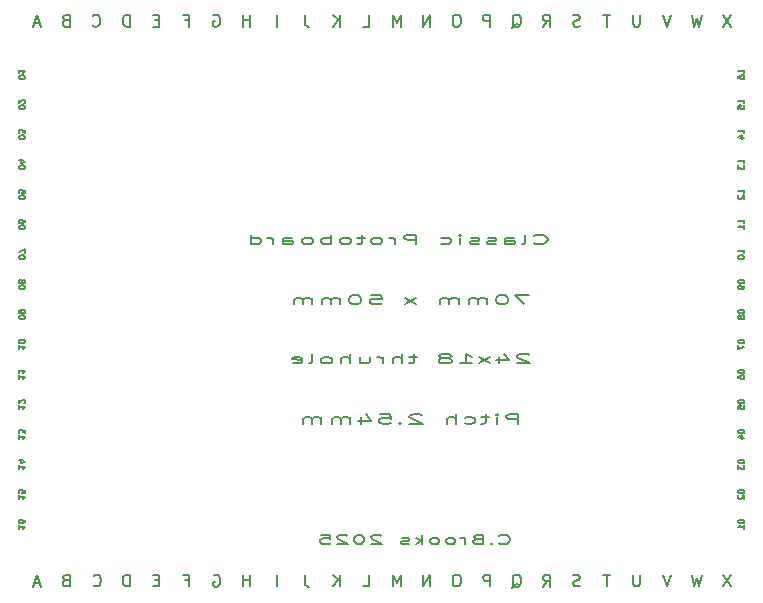
<source format=gbr>
%TF.GenerationSoftware,KiCad,Pcbnew,9.0.1*%
%TF.CreationDate,2025-05-06T23:50:29-04:00*%
%TF.ProjectId,classic-protoboard_18x24,636c6173-7369-4632-9d70-726f746f626f,rev?*%
%TF.SameCoordinates,Original*%
%TF.FileFunction,Legend,Bot*%
%TF.FilePolarity,Positive*%
%FSLAX46Y46*%
G04 Gerber Fmt 4.6, Leading zero omitted, Abs format (unit mm)*
G04 Created by KiCad (PCBNEW 9.0.1) date 2025-05-06 23:50:29*
%MOMM*%
%LPD*%
G01*
G04 APERTURE LIST*
%ADD10C,0.200000*%
%ADD11C,0.150000*%
%ADD12C,0.127000*%
%ADD13C,0.156250*%
%ADD14C,2.300000*%
%ADD15O,3.148000X1.624000*%
%ADD16C,1.624000*%
G04 APERTURE END LIST*
D10*
X151015713Y-92113504D02*
X151101427Y-92151600D01*
X151101427Y-92151600D02*
X151358570Y-92189695D01*
X151358570Y-92189695D02*
X151529998Y-92189695D01*
X151529998Y-92189695D02*
X151787141Y-92151600D01*
X151787141Y-92151600D02*
X151958570Y-92075409D01*
X151958570Y-92075409D02*
X152044284Y-91999219D01*
X152044284Y-91999219D02*
X152129998Y-91846838D01*
X152129998Y-91846838D02*
X152129998Y-91732552D01*
X152129998Y-91732552D02*
X152044284Y-91580171D01*
X152044284Y-91580171D02*
X151958570Y-91503980D01*
X151958570Y-91503980D02*
X151787141Y-91427790D01*
X151787141Y-91427790D02*
X151529998Y-91389695D01*
X151529998Y-91389695D02*
X151358570Y-91389695D01*
X151358570Y-91389695D02*
X151101427Y-91427790D01*
X151101427Y-91427790D02*
X151015713Y-91465885D01*
X149987141Y-92189695D02*
X150158570Y-92151600D01*
X150158570Y-92151600D02*
X150244284Y-92075409D01*
X150244284Y-92075409D02*
X150244284Y-91389695D01*
X148529999Y-92189695D02*
X148529999Y-91770647D01*
X148529999Y-91770647D02*
X148615713Y-91694457D01*
X148615713Y-91694457D02*
X148787141Y-91656361D01*
X148787141Y-91656361D02*
X149129999Y-91656361D01*
X149129999Y-91656361D02*
X149301427Y-91694457D01*
X148529999Y-92151600D02*
X148701427Y-92189695D01*
X148701427Y-92189695D02*
X149129999Y-92189695D01*
X149129999Y-92189695D02*
X149301427Y-92151600D01*
X149301427Y-92151600D02*
X149387141Y-92075409D01*
X149387141Y-92075409D02*
X149387141Y-91999219D01*
X149387141Y-91999219D02*
X149301427Y-91923028D01*
X149301427Y-91923028D02*
X149129999Y-91884933D01*
X149129999Y-91884933D02*
X148701427Y-91884933D01*
X148701427Y-91884933D02*
X148529999Y-91846838D01*
X147758570Y-92151600D02*
X147587142Y-92189695D01*
X147587142Y-92189695D02*
X147244285Y-92189695D01*
X147244285Y-92189695D02*
X147072856Y-92151600D01*
X147072856Y-92151600D02*
X146987142Y-92075409D01*
X146987142Y-92075409D02*
X146987142Y-92037314D01*
X146987142Y-92037314D02*
X147072856Y-91961123D01*
X147072856Y-91961123D02*
X147244285Y-91923028D01*
X147244285Y-91923028D02*
X147501428Y-91923028D01*
X147501428Y-91923028D02*
X147672856Y-91884933D01*
X147672856Y-91884933D02*
X147758570Y-91808742D01*
X147758570Y-91808742D02*
X147758570Y-91770647D01*
X147758570Y-91770647D02*
X147672856Y-91694457D01*
X147672856Y-91694457D02*
X147501428Y-91656361D01*
X147501428Y-91656361D02*
X147244285Y-91656361D01*
X147244285Y-91656361D02*
X147072856Y-91694457D01*
X146301427Y-92151600D02*
X146129999Y-92189695D01*
X146129999Y-92189695D02*
X145787142Y-92189695D01*
X145787142Y-92189695D02*
X145615713Y-92151600D01*
X145615713Y-92151600D02*
X145529999Y-92075409D01*
X145529999Y-92075409D02*
X145529999Y-92037314D01*
X145529999Y-92037314D02*
X145615713Y-91961123D01*
X145615713Y-91961123D02*
X145787142Y-91923028D01*
X145787142Y-91923028D02*
X146044285Y-91923028D01*
X146044285Y-91923028D02*
X146215713Y-91884933D01*
X146215713Y-91884933D02*
X146301427Y-91808742D01*
X146301427Y-91808742D02*
X146301427Y-91770647D01*
X146301427Y-91770647D02*
X146215713Y-91694457D01*
X146215713Y-91694457D02*
X146044285Y-91656361D01*
X146044285Y-91656361D02*
X145787142Y-91656361D01*
X145787142Y-91656361D02*
X145615713Y-91694457D01*
X144758570Y-92189695D02*
X144758570Y-91656361D01*
X144758570Y-91389695D02*
X144844284Y-91427790D01*
X144844284Y-91427790D02*
X144758570Y-91465885D01*
X144758570Y-91465885D02*
X144672856Y-91427790D01*
X144672856Y-91427790D02*
X144758570Y-91389695D01*
X144758570Y-91389695D02*
X144758570Y-91465885D01*
X143129999Y-92151600D02*
X143301427Y-92189695D01*
X143301427Y-92189695D02*
X143644284Y-92189695D01*
X143644284Y-92189695D02*
X143815713Y-92151600D01*
X143815713Y-92151600D02*
X143901427Y-92113504D01*
X143901427Y-92113504D02*
X143987141Y-92037314D01*
X143987141Y-92037314D02*
X143987141Y-91808742D01*
X143987141Y-91808742D02*
X143901427Y-91732552D01*
X143901427Y-91732552D02*
X143815713Y-91694457D01*
X143815713Y-91694457D02*
X143644284Y-91656361D01*
X143644284Y-91656361D02*
X143301427Y-91656361D01*
X143301427Y-91656361D02*
X143129999Y-91694457D01*
X140987141Y-92189695D02*
X140987141Y-91389695D01*
X140987141Y-91389695D02*
X140301427Y-91389695D01*
X140301427Y-91389695D02*
X140129998Y-91427790D01*
X140129998Y-91427790D02*
X140044284Y-91465885D01*
X140044284Y-91465885D02*
X139958570Y-91542076D01*
X139958570Y-91542076D02*
X139958570Y-91656361D01*
X139958570Y-91656361D02*
X140044284Y-91732552D01*
X140044284Y-91732552D02*
X140129998Y-91770647D01*
X140129998Y-91770647D02*
X140301427Y-91808742D01*
X140301427Y-91808742D02*
X140987141Y-91808742D01*
X139187141Y-92189695D02*
X139187141Y-91656361D01*
X139187141Y-91808742D02*
X139101427Y-91732552D01*
X139101427Y-91732552D02*
X139015713Y-91694457D01*
X139015713Y-91694457D02*
X138844284Y-91656361D01*
X138844284Y-91656361D02*
X138672855Y-91656361D01*
X137815712Y-92189695D02*
X137987141Y-92151600D01*
X137987141Y-92151600D02*
X138072855Y-92113504D01*
X138072855Y-92113504D02*
X138158569Y-92037314D01*
X138158569Y-92037314D02*
X138158569Y-91808742D01*
X138158569Y-91808742D02*
X138072855Y-91732552D01*
X138072855Y-91732552D02*
X137987141Y-91694457D01*
X137987141Y-91694457D02*
X137815712Y-91656361D01*
X137815712Y-91656361D02*
X137558569Y-91656361D01*
X137558569Y-91656361D02*
X137387141Y-91694457D01*
X137387141Y-91694457D02*
X137301427Y-91732552D01*
X137301427Y-91732552D02*
X137215712Y-91808742D01*
X137215712Y-91808742D02*
X137215712Y-92037314D01*
X137215712Y-92037314D02*
X137301427Y-92113504D01*
X137301427Y-92113504D02*
X137387141Y-92151600D01*
X137387141Y-92151600D02*
X137558569Y-92189695D01*
X137558569Y-92189695D02*
X137815712Y-92189695D01*
X136701427Y-91656361D02*
X136015713Y-91656361D01*
X136444284Y-91389695D02*
X136444284Y-92075409D01*
X136444284Y-92075409D02*
X136358570Y-92151600D01*
X136358570Y-92151600D02*
X136187141Y-92189695D01*
X136187141Y-92189695D02*
X136015713Y-92189695D01*
X135158570Y-92189695D02*
X135329999Y-92151600D01*
X135329999Y-92151600D02*
X135415713Y-92113504D01*
X135415713Y-92113504D02*
X135501427Y-92037314D01*
X135501427Y-92037314D02*
X135501427Y-91808742D01*
X135501427Y-91808742D02*
X135415713Y-91732552D01*
X135415713Y-91732552D02*
X135329999Y-91694457D01*
X135329999Y-91694457D02*
X135158570Y-91656361D01*
X135158570Y-91656361D02*
X134901427Y-91656361D01*
X134901427Y-91656361D02*
X134729999Y-91694457D01*
X134729999Y-91694457D02*
X134644285Y-91732552D01*
X134644285Y-91732552D02*
X134558570Y-91808742D01*
X134558570Y-91808742D02*
X134558570Y-92037314D01*
X134558570Y-92037314D02*
X134644285Y-92113504D01*
X134644285Y-92113504D02*
X134729999Y-92151600D01*
X134729999Y-92151600D02*
X134901427Y-92189695D01*
X134901427Y-92189695D02*
X135158570Y-92189695D01*
X133787142Y-92189695D02*
X133787142Y-91389695D01*
X133787142Y-91694457D02*
X133615714Y-91656361D01*
X133615714Y-91656361D02*
X133272856Y-91656361D01*
X133272856Y-91656361D02*
X133101428Y-91694457D01*
X133101428Y-91694457D02*
X133015714Y-91732552D01*
X133015714Y-91732552D02*
X132929999Y-91808742D01*
X132929999Y-91808742D02*
X132929999Y-92037314D01*
X132929999Y-92037314D02*
X133015714Y-92113504D01*
X133015714Y-92113504D02*
X133101428Y-92151600D01*
X133101428Y-92151600D02*
X133272856Y-92189695D01*
X133272856Y-92189695D02*
X133615714Y-92189695D01*
X133615714Y-92189695D02*
X133787142Y-92151600D01*
X131901428Y-92189695D02*
X132072857Y-92151600D01*
X132072857Y-92151600D02*
X132158571Y-92113504D01*
X132158571Y-92113504D02*
X132244285Y-92037314D01*
X132244285Y-92037314D02*
X132244285Y-91808742D01*
X132244285Y-91808742D02*
X132158571Y-91732552D01*
X132158571Y-91732552D02*
X132072857Y-91694457D01*
X132072857Y-91694457D02*
X131901428Y-91656361D01*
X131901428Y-91656361D02*
X131644285Y-91656361D01*
X131644285Y-91656361D02*
X131472857Y-91694457D01*
X131472857Y-91694457D02*
X131387143Y-91732552D01*
X131387143Y-91732552D02*
X131301428Y-91808742D01*
X131301428Y-91808742D02*
X131301428Y-92037314D01*
X131301428Y-92037314D02*
X131387143Y-92113504D01*
X131387143Y-92113504D02*
X131472857Y-92151600D01*
X131472857Y-92151600D02*
X131644285Y-92189695D01*
X131644285Y-92189695D02*
X131901428Y-92189695D01*
X129758572Y-92189695D02*
X129758572Y-91770647D01*
X129758572Y-91770647D02*
X129844286Y-91694457D01*
X129844286Y-91694457D02*
X130015714Y-91656361D01*
X130015714Y-91656361D02*
X130358572Y-91656361D01*
X130358572Y-91656361D02*
X130530000Y-91694457D01*
X129758572Y-92151600D02*
X129930000Y-92189695D01*
X129930000Y-92189695D02*
X130358572Y-92189695D01*
X130358572Y-92189695D02*
X130530000Y-92151600D01*
X130530000Y-92151600D02*
X130615714Y-92075409D01*
X130615714Y-92075409D02*
X130615714Y-91999219D01*
X130615714Y-91999219D02*
X130530000Y-91923028D01*
X130530000Y-91923028D02*
X130358572Y-91884933D01*
X130358572Y-91884933D02*
X129930000Y-91884933D01*
X129930000Y-91884933D02*
X129758572Y-91846838D01*
X128901429Y-92189695D02*
X128901429Y-91656361D01*
X128901429Y-91808742D02*
X128815715Y-91732552D01*
X128815715Y-91732552D02*
X128730001Y-91694457D01*
X128730001Y-91694457D02*
X128558572Y-91656361D01*
X128558572Y-91656361D02*
X128387143Y-91656361D01*
X127015715Y-92189695D02*
X127015715Y-91389695D01*
X127015715Y-92151600D02*
X127187143Y-92189695D01*
X127187143Y-92189695D02*
X127530000Y-92189695D01*
X127530000Y-92189695D02*
X127701429Y-92151600D01*
X127701429Y-92151600D02*
X127787143Y-92113504D01*
X127787143Y-92113504D02*
X127872857Y-92037314D01*
X127872857Y-92037314D02*
X127872857Y-91808742D01*
X127872857Y-91808742D02*
X127787143Y-91732552D01*
X127787143Y-91732552D02*
X127701429Y-91694457D01*
X127701429Y-91694457D02*
X127530000Y-91656361D01*
X127530000Y-91656361D02*
X127187143Y-91656361D01*
X127187143Y-91656361D02*
X127015715Y-91694457D01*
D11*
X116751904Y-121159819D02*
X116751904Y-120159819D01*
X116751904Y-120159819D02*
X116513809Y-120159819D01*
X116513809Y-120159819D02*
X116370952Y-120207438D01*
X116370952Y-120207438D02*
X116275714Y-120302676D01*
X116275714Y-120302676D02*
X116228095Y-120397914D01*
X116228095Y-120397914D02*
X116180476Y-120588390D01*
X116180476Y-120588390D02*
X116180476Y-120731247D01*
X116180476Y-120731247D02*
X116228095Y-120921723D01*
X116228095Y-120921723D02*
X116275714Y-121016961D01*
X116275714Y-121016961D02*
X116370952Y-121112200D01*
X116370952Y-121112200D02*
X116513809Y-121159819D01*
X116513809Y-121159819D02*
X116751904Y-121159819D01*
D12*
X168275406Y-102940904D02*
X168275406Y-102989285D01*
X168275406Y-102989285D02*
X168299596Y-103037666D01*
X168299596Y-103037666D02*
X168323787Y-103061856D01*
X168323787Y-103061856D02*
X168372168Y-103086047D01*
X168372168Y-103086047D02*
X168468930Y-103110237D01*
X168468930Y-103110237D02*
X168589882Y-103110237D01*
X168589882Y-103110237D02*
X168686644Y-103086047D01*
X168686644Y-103086047D02*
X168735025Y-103061856D01*
X168735025Y-103061856D02*
X168759216Y-103037666D01*
X168759216Y-103037666D02*
X168783406Y-102989285D01*
X168783406Y-102989285D02*
X168783406Y-102940904D01*
X168783406Y-102940904D02*
X168759216Y-102892523D01*
X168759216Y-102892523D02*
X168735025Y-102868332D01*
X168735025Y-102868332D02*
X168686644Y-102844142D01*
X168686644Y-102844142D02*
X168589882Y-102819951D01*
X168589882Y-102819951D02*
X168468930Y-102819951D01*
X168468930Y-102819951D02*
X168372168Y-102844142D01*
X168372168Y-102844142D02*
X168323787Y-102868332D01*
X168323787Y-102868332D02*
X168299596Y-102892523D01*
X168299596Y-102892523D02*
X168275406Y-102940904D01*
X168275406Y-103545666D02*
X168275406Y-103448904D01*
X168275406Y-103448904D02*
X168299596Y-103400523D01*
X168299596Y-103400523D02*
X168323787Y-103376333D01*
X168323787Y-103376333D02*
X168396358Y-103327952D01*
X168396358Y-103327952D02*
X168493120Y-103303761D01*
X168493120Y-103303761D02*
X168686644Y-103303761D01*
X168686644Y-103303761D02*
X168735025Y-103327952D01*
X168735025Y-103327952D02*
X168759216Y-103352142D01*
X168759216Y-103352142D02*
X168783406Y-103400523D01*
X168783406Y-103400523D02*
X168783406Y-103497285D01*
X168783406Y-103497285D02*
X168759216Y-103545666D01*
X168759216Y-103545666D02*
X168735025Y-103569857D01*
X168735025Y-103569857D02*
X168686644Y-103594047D01*
X168686644Y-103594047D02*
X168565692Y-103594047D01*
X168565692Y-103594047D02*
X168517311Y-103569857D01*
X168517311Y-103569857D02*
X168493120Y-103545666D01*
X168493120Y-103545666D02*
X168468930Y-103497285D01*
X168468930Y-103497285D02*
X168468930Y-103400523D01*
X168468930Y-103400523D02*
X168493120Y-103352142D01*
X168493120Y-103352142D02*
X168517311Y-103327952D01*
X168517311Y-103327952D02*
X168565692Y-103303761D01*
X107376593Y-116001762D02*
X107376593Y-116292048D01*
X107376593Y-116146905D02*
X107884593Y-116146905D01*
X107884593Y-116146905D02*
X107812022Y-116195286D01*
X107812022Y-116195286D02*
X107763641Y-116243667D01*
X107763641Y-116243667D02*
X107739450Y-116292048D01*
X107884593Y-115566333D02*
X107884593Y-115663095D01*
X107884593Y-115663095D02*
X107860403Y-115711476D01*
X107860403Y-115711476D02*
X107836212Y-115735666D01*
X107836212Y-115735666D02*
X107763641Y-115784047D01*
X107763641Y-115784047D02*
X107666879Y-115808238D01*
X107666879Y-115808238D02*
X107473355Y-115808238D01*
X107473355Y-115808238D02*
X107424974Y-115784047D01*
X107424974Y-115784047D02*
X107400784Y-115759857D01*
X107400784Y-115759857D02*
X107376593Y-115711476D01*
X107376593Y-115711476D02*
X107376593Y-115614714D01*
X107376593Y-115614714D02*
X107400784Y-115566333D01*
X107400784Y-115566333D02*
X107424974Y-115542142D01*
X107424974Y-115542142D02*
X107473355Y-115517952D01*
X107473355Y-115517952D02*
X107594307Y-115517952D01*
X107594307Y-115517952D02*
X107642688Y-115542142D01*
X107642688Y-115542142D02*
X107666879Y-115566333D01*
X107666879Y-115566333D02*
X107691069Y-115614714D01*
X107691069Y-115614714D02*
X107691069Y-115711476D01*
X107691069Y-115711476D02*
X107666879Y-115759857D01*
X107666879Y-115759857D02*
X107642688Y-115784047D01*
X107642688Y-115784047D02*
X107594307Y-115808238D01*
X168783406Y-82790237D02*
X168783406Y-82499951D01*
X168783406Y-82645094D02*
X168275406Y-82645094D01*
X168275406Y-82645094D02*
X168347977Y-82596713D01*
X168347977Y-82596713D02*
X168396358Y-82548332D01*
X168396358Y-82548332D02*
X168420549Y-82499951D01*
X168444739Y-83225666D02*
X168783406Y-83225666D01*
X168251216Y-83104714D02*
X168614073Y-82983761D01*
X168614073Y-82983761D02*
X168614073Y-83298238D01*
D13*
X148037142Y-117515779D02*
X148108570Y-117553875D01*
X148108570Y-117553875D02*
X148322856Y-117591970D01*
X148322856Y-117591970D02*
X148465713Y-117591970D01*
X148465713Y-117591970D02*
X148679999Y-117553875D01*
X148679999Y-117553875D02*
X148822856Y-117477684D01*
X148822856Y-117477684D02*
X148894285Y-117401494D01*
X148894285Y-117401494D02*
X148965713Y-117249113D01*
X148965713Y-117249113D02*
X148965713Y-117134827D01*
X148965713Y-117134827D02*
X148894285Y-116982446D01*
X148894285Y-116982446D02*
X148822856Y-116906255D01*
X148822856Y-116906255D02*
X148679999Y-116830065D01*
X148679999Y-116830065D02*
X148465713Y-116791970D01*
X148465713Y-116791970D02*
X148322856Y-116791970D01*
X148322856Y-116791970D02*
X148108570Y-116830065D01*
X148108570Y-116830065D02*
X148037142Y-116868160D01*
X147394285Y-117515779D02*
X147322856Y-117553875D01*
X147322856Y-117553875D02*
X147394285Y-117591970D01*
X147394285Y-117591970D02*
X147465713Y-117553875D01*
X147465713Y-117553875D02*
X147394285Y-117515779D01*
X147394285Y-117515779D02*
X147394285Y-117591970D01*
X146179999Y-117172922D02*
X145965713Y-117211017D01*
X145965713Y-117211017D02*
X145894284Y-117249113D01*
X145894284Y-117249113D02*
X145822856Y-117325303D01*
X145822856Y-117325303D02*
X145822856Y-117439589D01*
X145822856Y-117439589D02*
X145894284Y-117515779D01*
X145894284Y-117515779D02*
X145965713Y-117553875D01*
X145965713Y-117553875D02*
X146108570Y-117591970D01*
X146108570Y-117591970D02*
X146679999Y-117591970D01*
X146679999Y-117591970D02*
X146679999Y-116791970D01*
X146679999Y-116791970D02*
X146179999Y-116791970D01*
X146179999Y-116791970D02*
X146037142Y-116830065D01*
X146037142Y-116830065D02*
X145965713Y-116868160D01*
X145965713Y-116868160D02*
X145894284Y-116944351D01*
X145894284Y-116944351D02*
X145894284Y-117020541D01*
X145894284Y-117020541D02*
X145965713Y-117096732D01*
X145965713Y-117096732D02*
X146037142Y-117134827D01*
X146037142Y-117134827D02*
X146179999Y-117172922D01*
X146179999Y-117172922D02*
X146679999Y-117172922D01*
X145179999Y-117591970D02*
X145179999Y-117058636D01*
X145179999Y-117211017D02*
X145108570Y-117134827D01*
X145108570Y-117134827D02*
X145037142Y-117096732D01*
X145037142Y-117096732D02*
X144894284Y-117058636D01*
X144894284Y-117058636D02*
X144751427Y-117058636D01*
X144037142Y-117591970D02*
X144179999Y-117553875D01*
X144179999Y-117553875D02*
X144251428Y-117515779D01*
X144251428Y-117515779D02*
X144322856Y-117439589D01*
X144322856Y-117439589D02*
X144322856Y-117211017D01*
X144322856Y-117211017D02*
X144251428Y-117134827D01*
X144251428Y-117134827D02*
X144179999Y-117096732D01*
X144179999Y-117096732D02*
X144037142Y-117058636D01*
X144037142Y-117058636D02*
X143822856Y-117058636D01*
X143822856Y-117058636D02*
X143679999Y-117096732D01*
X143679999Y-117096732D02*
X143608571Y-117134827D01*
X143608571Y-117134827D02*
X143537142Y-117211017D01*
X143537142Y-117211017D02*
X143537142Y-117439589D01*
X143537142Y-117439589D02*
X143608571Y-117515779D01*
X143608571Y-117515779D02*
X143679999Y-117553875D01*
X143679999Y-117553875D02*
X143822856Y-117591970D01*
X143822856Y-117591970D02*
X144037142Y-117591970D01*
X142679999Y-117591970D02*
X142822856Y-117553875D01*
X142822856Y-117553875D02*
X142894285Y-117515779D01*
X142894285Y-117515779D02*
X142965713Y-117439589D01*
X142965713Y-117439589D02*
X142965713Y-117211017D01*
X142965713Y-117211017D02*
X142894285Y-117134827D01*
X142894285Y-117134827D02*
X142822856Y-117096732D01*
X142822856Y-117096732D02*
X142679999Y-117058636D01*
X142679999Y-117058636D02*
X142465713Y-117058636D01*
X142465713Y-117058636D02*
X142322856Y-117096732D01*
X142322856Y-117096732D02*
X142251428Y-117134827D01*
X142251428Y-117134827D02*
X142179999Y-117211017D01*
X142179999Y-117211017D02*
X142179999Y-117439589D01*
X142179999Y-117439589D02*
X142251428Y-117515779D01*
X142251428Y-117515779D02*
X142322856Y-117553875D01*
X142322856Y-117553875D02*
X142465713Y-117591970D01*
X142465713Y-117591970D02*
X142679999Y-117591970D01*
X141537142Y-117591970D02*
X141537142Y-116791970D01*
X141394285Y-117287208D02*
X140965713Y-117591970D01*
X140965713Y-117058636D02*
X141537142Y-117363398D01*
X140394284Y-117553875D02*
X140251427Y-117591970D01*
X140251427Y-117591970D02*
X139965713Y-117591970D01*
X139965713Y-117591970D02*
X139822856Y-117553875D01*
X139822856Y-117553875D02*
X139751427Y-117477684D01*
X139751427Y-117477684D02*
X139751427Y-117439589D01*
X139751427Y-117439589D02*
X139822856Y-117363398D01*
X139822856Y-117363398D02*
X139965713Y-117325303D01*
X139965713Y-117325303D02*
X140179999Y-117325303D01*
X140179999Y-117325303D02*
X140322856Y-117287208D01*
X140322856Y-117287208D02*
X140394284Y-117211017D01*
X140394284Y-117211017D02*
X140394284Y-117172922D01*
X140394284Y-117172922D02*
X140322856Y-117096732D01*
X140322856Y-117096732D02*
X140179999Y-117058636D01*
X140179999Y-117058636D02*
X139965713Y-117058636D01*
X139965713Y-117058636D02*
X139822856Y-117096732D01*
X138037141Y-116868160D02*
X137965713Y-116830065D01*
X137965713Y-116830065D02*
X137822856Y-116791970D01*
X137822856Y-116791970D02*
X137465713Y-116791970D01*
X137465713Y-116791970D02*
X137322856Y-116830065D01*
X137322856Y-116830065D02*
X137251427Y-116868160D01*
X137251427Y-116868160D02*
X137179998Y-116944351D01*
X137179998Y-116944351D02*
X137179998Y-117020541D01*
X137179998Y-117020541D02*
X137251427Y-117134827D01*
X137251427Y-117134827D02*
X138108570Y-117591970D01*
X138108570Y-117591970D02*
X137179998Y-117591970D01*
X136251427Y-116791970D02*
X136108570Y-116791970D01*
X136108570Y-116791970D02*
X135965713Y-116830065D01*
X135965713Y-116830065D02*
X135894285Y-116868160D01*
X135894285Y-116868160D02*
X135822856Y-116944351D01*
X135822856Y-116944351D02*
X135751427Y-117096732D01*
X135751427Y-117096732D02*
X135751427Y-117287208D01*
X135751427Y-117287208D02*
X135822856Y-117439589D01*
X135822856Y-117439589D02*
X135894285Y-117515779D01*
X135894285Y-117515779D02*
X135965713Y-117553875D01*
X135965713Y-117553875D02*
X136108570Y-117591970D01*
X136108570Y-117591970D02*
X136251427Y-117591970D01*
X136251427Y-117591970D02*
X136394285Y-117553875D01*
X136394285Y-117553875D02*
X136465713Y-117515779D01*
X136465713Y-117515779D02*
X136537142Y-117439589D01*
X136537142Y-117439589D02*
X136608570Y-117287208D01*
X136608570Y-117287208D02*
X136608570Y-117096732D01*
X136608570Y-117096732D02*
X136537142Y-116944351D01*
X136537142Y-116944351D02*
X136465713Y-116868160D01*
X136465713Y-116868160D02*
X136394285Y-116830065D01*
X136394285Y-116830065D02*
X136251427Y-116791970D01*
X135179999Y-116868160D02*
X135108571Y-116830065D01*
X135108571Y-116830065D02*
X134965714Y-116791970D01*
X134965714Y-116791970D02*
X134608571Y-116791970D01*
X134608571Y-116791970D02*
X134465714Y-116830065D01*
X134465714Y-116830065D02*
X134394285Y-116868160D01*
X134394285Y-116868160D02*
X134322856Y-116944351D01*
X134322856Y-116944351D02*
X134322856Y-117020541D01*
X134322856Y-117020541D02*
X134394285Y-117134827D01*
X134394285Y-117134827D02*
X135251428Y-117591970D01*
X135251428Y-117591970D02*
X134322856Y-117591970D01*
X132965714Y-116791970D02*
X133680000Y-116791970D01*
X133680000Y-116791970D02*
X133751428Y-117172922D01*
X133751428Y-117172922D02*
X133680000Y-117134827D01*
X133680000Y-117134827D02*
X133537143Y-117096732D01*
X133537143Y-117096732D02*
X133180000Y-117096732D01*
X133180000Y-117096732D02*
X133037143Y-117134827D01*
X133037143Y-117134827D02*
X132965714Y-117172922D01*
X132965714Y-117172922D02*
X132894285Y-117249113D01*
X132894285Y-117249113D02*
X132894285Y-117439589D01*
X132894285Y-117439589D02*
X132965714Y-117515779D01*
X132965714Y-117515779D02*
X133037143Y-117553875D01*
X133037143Y-117553875D02*
X133180000Y-117591970D01*
X133180000Y-117591970D02*
X133537143Y-117591970D01*
X133537143Y-117591970D02*
X133680000Y-117553875D01*
X133680000Y-117553875D02*
X133751428Y-117515779D01*
D12*
X168783406Y-92950237D02*
X168783406Y-92659951D01*
X168783406Y-92805094D02*
X168275406Y-92805094D01*
X168275406Y-92805094D02*
X168347977Y-92756713D01*
X168347977Y-92756713D02*
X168396358Y-92708332D01*
X168396358Y-92708332D02*
X168420549Y-92659951D01*
X168275406Y-93264714D02*
X168275406Y-93313095D01*
X168275406Y-93313095D02*
X168299596Y-93361476D01*
X168299596Y-93361476D02*
X168323787Y-93385666D01*
X168323787Y-93385666D02*
X168372168Y-93409857D01*
X168372168Y-93409857D02*
X168468930Y-93434047D01*
X168468930Y-93434047D02*
X168589882Y-93434047D01*
X168589882Y-93434047D02*
X168686644Y-93409857D01*
X168686644Y-93409857D02*
X168735025Y-93385666D01*
X168735025Y-93385666D02*
X168759216Y-93361476D01*
X168759216Y-93361476D02*
X168783406Y-93313095D01*
X168783406Y-93313095D02*
X168783406Y-93264714D01*
X168783406Y-93264714D02*
X168759216Y-93216333D01*
X168759216Y-93216333D02*
X168735025Y-93192142D01*
X168735025Y-93192142D02*
X168686644Y-93167952D01*
X168686644Y-93167952D02*
X168589882Y-93143761D01*
X168589882Y-93143761D02*
X168468930Y-93143761D01*
X168468930Y-93143761D02*
X168372168Y-93167952D01*
X168372168Y-93167952D02*
X168323787Y-93192142D01*
X168323787Y-93192142D02*
X168299596Y-93216333D01*
X168299596Y-93216333D02*
X168275406Y-93264714D01*
D11*
X162543332Y-120159819D02*
X162209999Y-121159819D01*
X162209999Y-121159819D02*
X161876666Y-120159819D01*
X119244285Y-73241009D02*
X118910952Y-73241009D01*
X118768095Y-73764819D02*
X119244285Y-73764819D01*
X119244285Y-73764819D02*
X119244285Y-72764819D01*
X119244285Y-72764819D02*
X118768095Y-72764819D01*
X167623332Y-120159819D02*
X166956666Y-121159819D01*
X166956666Y-120159819D02*
X167623332Y-121159819D01*
X157415713Y-72764819D02*
X156844285Y-72764819D01*
X157129999Y-73764819D02*
X157129999Y-72764819D01*
X121427142Y-120636009D02*
X121760475Y-120636009D01*
X121760475Y-121159819D02*
X121760475Y-120159819D01*
X121760475Y-120159819D02*
X121284285Y-120159819D01*
D12*
X168783406Y-85330237D02*
X168783406Y-85039951D01*
X168783406Y-85185094D02*
X168275406Y-85185094D01*
X168275406Y-85185094D02*
X168347977Y-85136713D01*
X168347977Y-85136713D02*
X168396358Y-85088332D01*
X168396358Y-85088332D02*
X168420549Y-85039951D01*
X168275406Y-85499571D02*
X168275406Y-85814047D01*
X168275406Y-85814047D02*
X168468930Y-85644714D01*
X168468930Y-85644714D02*
X168468930Y-85717285D01*
X168468930Y-85717285D02*
X168493120Y-85765666D01*
X168493120Y-85765666D02*
X168517311Y-85789857D01*
X168517311Y-85789857D02*
X168565692Y-85814047D01*
X168565692Y-85814047D02*
X168686644Y-85814047D01*
X168686644Y-85814047D02*
X168735025Y-85789857D01*
X168735025Y-85789857D02*
X168759216Y-85765666D01*
X168759216Y-85765666D02*
X168783406Y-85717285D01*
X168783406Y-85717285D02*
X168783406Y-85572142D01*
X168783406Y-85572142D02*
X168759216Y-85523761D01*
X168759216Y-85523761D02*
X168735025Y-85499571D01*
D11*
X111333571Y-120636009D02*
X111190714Y-120683628D01*
X111190714Y-120683628D02*
X111143095Y-120731247D01*
X111143095Y-120731247D02*
X111095476Y-120826485D01*
X111095476Y-120826485D02*
X111095476Y-120969342D01*
X111095476Y-120969342D02*
X111143095Y-121064580D01*
X111143095Y-121064580D02*
X111190714Y-121112200D01*
X111190714Y-121112200D02*
X111285952Y-121159819D01*
X111285952Y-121159819D02*
X111666904Y-121159819D01*
X111666904Y-121159819D02*
X111666904Y-120159819D01*
X111666904Y-120159819D02*
X111333571Y-120159819D01*
X111333571Y-120159819D02*
X111238333Y-120207438D01*
X111238333Y-120207438D02*
X111190714Y-120255057D01*
X111190714Y-120255057D02*
X111143095Y-120350295D01*
X111143095Y-120350295D02*
X111143095Y-120445533D01*
X111143095Y-120445533D02*
X111190714Y-120540771D01*
X111190714Y-120540771D02*
X111238333Y-120588390D01*
X111238333Y-120588390D02*
X111333571Y-120636009D01*
X111333571Y-120636009D02*
X111666904Y-120636009D01*
X113695476Y-121064580D02*
X113743095Y-121112200D01*
X113743095Y-121112200D02*
X113885952Y-121159819D01*
X113885952Y-121159819D02*
X113981190Y-121159819D01*
X113981190Y-121159819D02*
X114124047Y-121112200D01*
X114124047Y-121112200D02*
X114219285Y-121016961D01*
X114219285Y-121016961D02*
X114266904Y-120921723D01*
X114266904Y-120921723D02*
X114314523Y-120731247D01*
X114314523Y-120731247D02*
X114314523Y-120588390D01*
X114314523Y-120588390D02*
X114266904Y-120397914D01*
X114266904Y-120397914D02*
X114219285Y-120302676D01*
X114219285Y-120302676D02*
X114124047Y-120207438D01*
X114124047Y-120207438D02*
X113981190Y-120159819D01*
X113981190Y-120159819D02*
X113885952Y-120159819D01*
X113885952Y-120159819D02*
X113743095Y-120207438D01*
X113743095Y-120207438D02*
X113695476Y-120255057D01*
X129189999Y-73764819D02*
X129189999Y-72764819D01*
D12*
X168275406Y-100400904D02*
X168275406Y-100449285D01*
X168275406Y-100449285D02*
X168299596Y-100497666D01*
X168299596Y-100497666D02*
X168323787Y-100521856D01*
X168323787Y-100521856D02*
X168372168Y-100546047D01*
X168372168Y-100546047D02*
X168468930Y-100570237D01*
X168468930Y-100570237D02*
X168589882Y-100570237D01*
X168589882Y-100570237D02*
X168686644Y-100546047D01*
X168686644Y-100546047D02*
X168735025Y-100521856D01*
X168735025Y-100521856D02*
X168759216Y-100497666D01*
X168759216Y-100497666D02*
X168783406Y-100449285D01*
X168783406Y-100449285D02*
X168783406Y-100400904D01*
X168783406Y-100400904D02*
X168759216Y-100352523D01*
X168759216Y-100352523D02*
X168735025Y-100328332D01*
X168735025Y-100328332D02*
X168686644Y-100304142D01*
X168686644Y-100304142D02*
X168589882Y-100279951D01*
X168589882Y-100279951D02*
X168468930Y-100279951D01*
X168468930Y-100279951D02*
X168372168Y-100304142D01*
X168372168Y-100304142D02*
X168323787Y-100328332D01*
X168323787Y-100328332D02*
X168299596Y-100352523D01*
X168299596Y-100352523D02*
X168275406Y-100400904D01*
X168275406Y-100739571D02*
X168275406Y-101078238D01*
X168275406Y-101078238D02*
X168783406Y-100860523D01*
D10*
X150601427Y-101565885D02*
X150515713Y-101527790D01*
X150515713Y-101527790D02*
X150344285Y-101489695D01*
X150344285Y-101489695D02*
X149915713Y-101489695D01*
X149915713Y-101489695D02*
X149744285Y-101527790D01*
X149744285Y-101527790D02*
X149658570Y-101565885D01*
X149658570Y-101565885D02*
X149572856Y-101642076D01*
X149572856Y-101642076D02*
X149572856Y-101718266D01*
X149572856Y-101718266D02*
X149658570Y-101832552D01*
X149658570Y-101832552D02*
X150687142Y-102289695D01*
X150687142Y-102289695D02*
X149572856Y-102289695D01*
X148029999Y-101756361D02*
X148029999Y-102289695D01*
X148458570Y-101451600D02*
X148887141Y-102023028D01*
X148887141Y-102023028D02*
X147772856Y-102023028D01*
X147258570Y-102289695D02*
X146315713Y-101756361D01*
X147258570Y-101756361D02*
X146315713Y-102289695D01*
X144687141Y-102289695D02*
X145715712Y-102289695D01*
X145201427Y-102289695D02*
X145201427Y-101489695D01*
X145201427Y-101489695D02*
X145372855Y-101603980D01*
X145372855Y-101603980D02*
X145544284Y-101680171D01*
X145544284Y-101680171D02*
X145715712Y-101718266D01*
X143658569Y-101832552D02*
X143829998Y-101794457D01*
X143829998Y-101794457D02*
X143915712Y-101756361D01*
X143915712Y-101756361D02*
X144001426Y-101680171D01*
X144001426Y-101680171D02*
X144001426Y-101642076D01*
X144001426Y-101642076D02*
X143915712Y-101565885D01*
X143915712Y-101565885D02*
X143829998Y-101527790D01*
X143829998Y-101527790D02*
X143658569Y-101489695D01*
X143658569Y-101489695D02*
X143315712Y-101489695D01*
X143315712Y-101489695D02*
X143144284Y-101527790D01*
X143144284Y-101527790D02*
X143058569Y-101565885D01*
X143058569Y-101565885D02*
X142972855Y-101642076D01*
X142972855Y-101642076D02*
X142972855Y-101680171D01*
X142972855Y-101680171D02*
X143058569Y-101756361D01*
X143058569Y-101756361D02*
X143144284Y-101794457D01*
X143144284Y-101794457D02*
X143315712Y-101832552D01*
X143315712Y-101832552D02*
X143658569Y-101832552D01*
X143658569Y-101832552D02*
X143829998Y-101870647D01*
X143829998Y-101870647D02*
X143915712Y-101908742D01*
X143915712Y-101908742D02*
X144001426Y-101984933D01*
X144001426Y-101984933D02*
X144001426Y-102137314D01*
X144001426Y-102137314D02*
X143915712Y-102213504D01*
X143915712Y-102213504D02*
X143829998Y-102251600D01*
X143829998Y-102251600D02*
X143658569Y-102289695D01*
X143658569Y-102289695D02*
X143315712Y-102289695D01*
X143315712Y-102289695D02*
X143144284Y-102251600D01*
X143144284Y-102251600D02*
X143058569Y-102213504D01*
X143058569Y-102213504D02*
X142972855Y-102137314D01*
X142972855Y-102137314D02*
X142972855Y-101984933D01*
X142972855Y-101984933D02*
X143058569Y-101908742D01*
X143058569Y-101908742D02*
X143144284Y-101870647D01*
X143144284Y-101870647D02*
X143315712Y-101832552D01*
X141087140Y-101756361D02*
X140401426Y-101756361D01*
X140829997Y-101489695D02*
X140829997Y-102175409D01*
X140829997Y-102175409D02*
X140744283Y-102251600D01*
X140744283Y-102251600D02*
X140572854Y-102289695D01*
X140572854Y-102289695D02*
X140401426Y-102289695D01*
X139801426Y-102289695D02*
X139801426Y-101489695D01*
X139029998Y-102289695D02*
X139029998Y-101870647D01*
X139029998Y-101870647D02*
X139115712Y-101794457D01*
X139115712Y-101794457D02*
X139287140Y-101756361D01*
X139287140Y-101756361D02*
X139544283Y-101756361D01*
X139544283Y-101756361D02*
X139715712Y-101794457D01*
X139715712Y-101794457D02*
X139801426Y-101832552D01*
X138172855Y-102289695D02*
X138172855Y-101756361D01*
X138172855Y-101908742D02*
X138087141Y-101832552D01*
X138087141Y-101832552D02*
X138001427Y-101794457D01*
X138001427Y-101794457D02*
X137829998Y-101756361D01*
X137829998Y-101756361D02*
X137658569Y-101756361D01*
X136287141Y-101756361D02*
X136287141Y-102289695D01*
X137058569Y-101756361D02*
X137058569Y-102175409D01*
X137058569Y-102175409D02*
X136972855Y-102251600D01*
X136972855Y-102251600D02*
X136801426Y-102289695D01*
X136801426Y-102289695D02*
X136544283Y-102289695D01*
X136544283Y-102289695D02*
X136372855Y-102251600D01*
X136372855Y-102251600D02*
X136287141Y-102213504D01*
X135429998Y-102289695D02*
X135429998Y-101489695D01*
X134658570Y-102289695D02*
X134658570Y-101870647D01*
X134658570Y-101870647D02*
X134744284Y-101794457D01*
X134744284Y-101794457D02*
X134915712Y-101756361D01*
X134915712Y-101756361D02*
X135172855Y-101756361D01*
X135172855Y-101756361D02*
X135344284Y-101794457D01*
X135344284Y-101794457D02*
X135429998Y-101832552D01*
X133544284Y-102289695D02*
X133715713Y-102251600D01*
X133715713Y-102251600D02*
X133801427Y-102213504D01*
X133801427Y-102213504D02*
X133887141Y-102137314D01*
X133887141Y-102137314D02*
X133887141Y-101908742D01*
X133887141Y-101908742D02*
X133801427Y-101832552D01*
X133801427Y-101832552D02*
X133715713Y-101794457D01*
X133715713Y-101794457D02*
X133544284Y-101756361D01*
X133544284Y-101756361D02*
X133287141Y-101756361D01*
X133287141Y-101756361D02*
X133115713Y-101794457D01*
X133115713Y-101794457D02*
X133029999Y-101832552D01*
X133029999Y-101832552D02*
X132944284Y-101908742D01*
X132944284Y-101908742D02*
X132944284Y-102137314D01*
X132944284Y-102137314D02*
X133029999Y-102213504D01*
X133029999Y-102213504D02*
X133115713Y-102251600D01*
X133115713Y-102251600D02*
X133287141Y-102289695D01*
X133287141Y-102289695D02*
X133544284Y-102289695D01*
X131915713Y-102289695D02*
X132087142Y-102251600D01*
X132087142Y-102251600D02*
X132172856Y-102175409D01*
X132172856Y-102175409D02*
X132172856Y-101489695D01*
X130544285Y-102251600D02*
X130715713Y-102289695D01*
X130715713Y-102289695D02*
X131058571Y-102289695D01*
X131058571Y-102289695D02*
X131229999Y-102251600D01*
X131229999Y-102251600D02*
X131315713Y-102175409D01*
X131315713Y-102175409D02*
X131315713Y-101870647D01*
X131315713Y-101870647D02*
X131229999Y-101794457D01*
X131229999Y-101794457D02*
X131058571Y-101756361D01*
X131058571Y-101756361D02*
X130715713Y-101756361D01*
X130715713Y-101756361D02*
X130544285Y-101794457D01*
X130544285Y-101794457D02*
X130458571Y-101870647D01*
X130458571Y-101870647D02*
X130458571Y-101946838D01*
X130458571Y-101946838D02*
X131315713Y-102023028D01*
D11*
X109108094Y-73479104D02*
X108631904Y-73479104D01*
X109203332Y-73764819D02*
X108869999Y-72764819D01*
X108869999Y-72764819D02*
X108536666Y-73764819D01*
X139683332Y-73764819D02*
X139683332Y-72764819D01*
X139683332Y-72764819D02*
X139349999Y-73479104D01*
X139349999Y-73479104D02*
X139016666Y-72764819D01*
X139016666Y-72764819D02*
X139016666Y-73764819D01*
X113640476Y-73669580D02*
X113688095Y-73717200D01*
X113688095Y-73717200D02*
X113830952Y-73764819D01*
X113830952Y-73764819D02*
X113926190Y-73764819D01*
X113926190Y-73764819D02*
X114069047Y-73717200D01*
X114069047Y-73717200D02*
X114164285Y-73621961D01*
X114164285Y-73621961D02*
X114211904Y-73526723D01*
X114211904Y-73526723D02*
X114259523Y-73336247D01*
X114259523Y-73336247D02*
X114259523Y-73193390D01*
X114259523Y-73193390D02*
X114211904Y-73002914D01*
X114211904Y-73002914D02*
X114164285Y-72907676D01*
X114164285Y-72907676D02*
X114069047Y-72812438D01*
X114069047Y-72812438D02*
X113926190Y-72764819D01*
X113926190Y-72764819D02*
X113830952Y-72764819D01*
X113830952Y-72764819D02*
X113688095Y-72812438D01*
X113688095Y-72812438D02*
X113640476Y-72860057D01*
X147241904Y-121159819D02*
X147241904Y-120159819D01*
X147241904Y-120159819D02*
X146860952Y-120159819D01*
X146860952Y-120159819D02*
X146765714Y-120207438D01*
X146765714Y-120207438D02*
X146718095Y-120255057D01*
X146718095Y-120255057D02*
X146670476Y-120350295D01*
X146670476Y-120350295D02*
X146670476Y-120493152D01*
X146670476Y-120493152D02*
X146718095Y-120588390D01*
X146718095Y-120588390D02*
X146765714Y-120636009D01*
X146765714Y-120636009D02*
X146860952Y-120683628D01*
X146860952Y-120683628D02*
X147241904Y-120683628D01*
D12*
X107884593Y-93311095D02*
X107884593Y-93262714D01*
X107884593Y-93262714D02*
X107860403Y-93214333D01*
X107860403Y-93214333D02*
X107836212Y-93190143D01*
X107836212Y-93190143D02*
X107787831Y-93165952D01*
X107787831Y-93165952D02*
X107691069Y-93141762D01*
X107691069Y-93141762D02*
X107570117Y-93141762D01*
X107570117Y-93141762D02*
X107473355Y-93165952D01*
X107473355Y-93165952D02*
X107424974Y-93190143D01*
X107424974Y-93190143D02*
X107400784Y-93214333D01*
X107400784Y-93214333D02*
X107376593Y-93262714D01*
X107376593Y-93262714D02*
X107376593Y-93311095D01*
X107376593Y-93311095D02*
X107400784Y-93359476D01*
X107400784Y-93359476D02*
X107424974Y-93383667D01*
X107424974Y-93383667D02*
X107473355Y-93407857D01*
X107473355Y-93407857D02*
X107570117Y-93432048D01*
X107570117Y-93432048D02*
X107691069Y-93432048D01*
X107691069Y-93432048D02*
X107787831Y-93407857D01*
X107787831Y-93407857D02*
X107836212Y-93383667D01*
X107836212Y-93383667D02*
X107860403Y-93359476D01*
X107860403Y-93359476D02*
X107884593Y-93311095D01*
X107884593Y-92972428D02*
X107884593Y-92633761D01*
X107884593Y-92633761D02*
X107376593Y-92851476D01*
D11*
X154875713Y-73717200D02*
X154732856Y-73764819D01*
X154732856Y-73764819D02*
X154494761Y-73764819D01*
X154494761Y-73764819D02*
X154399523Y-73717200D01*
X154399523Y-73717200D02*
X154351904Y-73669580D01*
X154351904Y-73669580D02*
X154304285Y-73574342D01*
X154304285Y-73574342D02*
X154304285Y-73479104D01*
X154304285Y-73479104D02*
X154351904Y-73383866D01*
X154351904Y-73383866D02*
X154399523Y-73336247D01*
X154399523Y-73336247D02*
X154494761Y-73288628D01*
X154494761Y-73288628D02*
X154685237Y-73241009D01*
X154685237Y-73241009D02*
X154780475Y-73193390D01*
X154780475Y-73193390D02*
X154828094Y-73145771D01*
X154828094Y-73145771D02*
X154875713Y-73050533D01*
X154875713Y-73050533D02*
X154875713Y-72955295D01*
X154875713Y-72955295D02*
X154828094Y-72860057D01*
X154828094Y-72860057D02*
X154780475Y-72812438D01*
X154780475Y-72812438D02*
X154685237Y-72764819D01*
X154685237Y-72764819D02*
X154447142Y-72764819D01*
X154447142Y-72764819D02*
X154304285Y-72812438D01*
D12*
X107884593Y-83151095D02*
X107884593Y-83102714D01*
X107884593Y-83102714D02*
X107860403Y-83054333D01*
X107860403Y-83054333D02*
X107836212Y-83030143D01*
X107836212Y-83030143D02*
X107787831Y-83005952D01*
X107787831Y-83005952D02*
X107691069Y-82981762D01*
X107691069Y-82981762D02*
X107570117Y-82981762D01*
X107570117Y-82981762D02*
X107473355Y-83005952D01*
X107473355Y-83005952D02*
X107424974Y-83030143D01*
X107424974Y-83030143D02*
X107400784Y-83054333D01*
X107400784Y-83054333D02*
X107376593Y-83102714D01*
X107376593Y-83102714D02*
X107376593Y-83151095D01*
X107376593Y-83151095D02*
X107400784Y-83199476D01*
X107400784Y-83199476D02*
X107424974Y-83223667D01*
X107424974Y-83223667D02*
X107473355Y-83247857D01*
X107473355Y-83247857D02*
X107570117Y-83272048D01*
X107570117Y-83272048D02*
X107691069Y-83272048D01*
X107691069Y-83272048D02*
X107787831Y-83247857D01*
X107787831Y-83247857D02*
X107836212Y-83223667D01*
X107836212Y-83223667D02*
X107860403Y-83199476D01*
X107860403Y-83199476D02*
X107884593Y-83151095D01*
X107884593Y-82812428D02*
X107884593Y-82497952D01*
X107884593Y-82497952D02*
X107691069Y-82667285D01*
X107691069Y-82667285D02*
X107691069Y-82594714D01*
X107691069Y-82594714D02*
X107666879Y-82546333D01*
X107666879Y-82546333D02*
X107642688Y-82522142D01*
X107642688Y-82522142D02*
X107594307Y-82497952D01*
X107594307Y-82497952D02*
X107473355Y-82497952D01*
X107473355Y-82497952D02*
X107424974Y-82522142D01*
X107424974Y-82522142D02*
X107400784Y-82546333D01*
X107400784Y-82546333D02*
X107376593Y-82594714D01*
X107376593Y-82594714D02*
X107376593Y-82739857D01*
X107376593Y-82739857D02*
X107400784Y-82788238D01*
X107400784Y-82788238D02*
X107424974Y-82812428D01*
D11*
X123848095Y-72812438D02*
X123943333Y-72764819D01*
X123943333Y-72764819D02*
X124086190Y-72764819D01*
X124086190Y-72764819D02*
X124229047Y-72812438D01*
X124229047Y-72812438D02*
X124324285Y-72907676D01*
X124324285Y-72907676D02*
X124371904Y-73002914D01*
X124371904Y-73002914D02*
X124419523Y-73193390D01*
X124419523Y-73193390D02*
X124419523Y-73336247D01*
X124419523Y-73336247D02*
X124371904Y-73526723D01*
X124371904Y-73526723D02*
X124324285Y-73621961D01*
X124324285Y-73621961D02*
X124229047Y-73717200D01*
X124229047Y-73717200D02*
X124086190Y-73764819D01*
X124086190Y-73764819D02*
X123990952Y-73764819D01*
X123990952Y-73764819D02*
X123848095Y-73717200D01*
X123848095Y-73717200D02*
X123800476Y-73669580D01*
X123800476Y-73669580D02*
X123800476Y-73336247D01*
X123800476Y-73336247D02*
X123990952Y-73336247D01*
X134566904Y-121159819D02*
X134566904Y-120159819D01*
X133995476Y-121159819D02*
X134424047Y-120588390D01*
X133995476Y-120159819D02*
X134566904Y-120731247D01*
D12*
X168275406Y-113100904D02*
X168275406Y-113149285D01*
X168275406Y-113149285D02*
X168299596Y-113197666D01*
X168299596Y-113197666D02*
X168323787Y-113221856D01*
X168323787Y-113221856D02*
X168372168Y-113246047D01*
X168372168Y-113246047D02*
X168468930Y-113270237D01*
X168468930Y-113270237D02*
X168589882Y-113270237D01*
X168589882Y-113270237D02*
X168686644Y-113246047D01*
X168686644Y-113246047D02*
X168735025Y-113221856D01*
X168735025Y-113221856D02*
X168759216Y-113197666D01*
X168759216Y-113197666D02*
X168783406Y-113149285D01*
X168783406Y-113149285D02*
X168783406Y-113100904D01*
X168783406Y-113100904D02*
X168759216Y-113052523D01*
X168759216Y-113052523D02*
X168735025Y-113028332D01*
X168735025Y-113028332D02*
X168686644Y-113004142D01*
X168686644Y-113004142D02*
X168589882Y-112979951D01*
X168589882Y-112979951D02*
X168468930Y-112979951D01*
X168468930Y-112979951D02*
X168372168Y-113004142D01*
X168372168Y-113004142D02*
X168323787Y-113028332D01*
X168323787Y-113028332D02*
X168299596Y-113052523D01*
X168299596Y-113052523D02*
X168275406Y-113100904D01*
X168323787Y-113463761D02*
X168299596Y-113487952D01*
X168299596Y-113487952D02*
X168275406Y-113536333D01*
X168275406Y-113536333D02*
X168275406Y-113657285D01*
X168275406Y-113657285D02*
X168299596Y-113705666D01*
X168299596Y-113705666D02*
X168323787Y-113729857D01*
X168323787Y-113729857D02*
X168372168Y-113754047D01*
X168372168Y-113754047D02*
X168420549Y-113754047D01*
X168420549Y-113754047D02*
X168493120Y-113729857D01*
X168493120Y-113729857D02*
X168783406Y-113439571D01*
X168783406Y-113439571D02*
X168783406Y-113754047D01*
D11*
X167623332Y-72764819D02*
X166956666Y-73764819D01*
X166956666Y-72764819D02*
X167623332Y-73764819D01*
D12*
X168275406Y-110560904D02*
X168275406Y-110609285D01*
X168275406Y-110609285D02*
X168299596Y-110657666D01*
X168299596Y-110657666D02*
X168323787Y-110681856D01*
X168323787Y-110681856D02*
X168372168Y-110706047D01*
X168372168Y-110706047D02*
X168468930Y-110730237D01*
X168468930Y-110730237D02*
X168589882Y-110730237D01*
X168589882Y-110730237D02*
X168686644Y-110706047D01*
X168686644Y-110706047D02*
X168735025Y-110681856D01*
X168735025Y-110681856D02*
X168759216Y-110657666D01*
X168759216Y-110657666D02*
X168783406Y-110609285D01*
X168783406Y-110609285D02*
X168783406Y-110560904D01*
X168783406Y-110560904D02*
X168759216Y-110512523D01*
X168759216Y-110512523D02*
X168735025Y-110488332D01*
X168735025Y-110488332D02*
X168686644Y-110464142D01*
X168686644Y-110464142D02*
X168589882Y-110439951D01*
X168589882Y-110439951D02*
X168468930Y-110439951D01*
X168468930Y-110439951D02*
X168372168Y-110464142D01*
X168372168Y-110464142D02*
X168323787Y-110488332D01*
X168323787Y-110488332D02*
X168299596Y-110512523D01*
X168299596Y-110512523D02*
X168275406Y-110560904D01*
X168275406Y-110899571D02*
X168275406Y-111214047D01*
X168275406Y-111214047D02*
X168468930Y-111044714D01*
X168468930Y-111044714D02*
X168468930Y-111117285D01*
X168468930Y-111117285D02*
X168493120Y-111165666D01*
X168493120Y-111165666D02*
X168517311Y-111189857D01*
X168517311Y-111189857D02*
X168565692Y-111214047D01*
X168565692Y-111214047D02*
X168686644Y-111214047D01*
X168686644Y-111214047D02*
X168735025Y-111189857D01*
X168735025Y-111189857D02*
X168759216Y-111165666D01*
X168759216Y-111165666D02*
X168783406Y-111117285D01*
X168783406Y-111117285D02*
X168783406Y-110972142D01*
X168783406Y-110972142D02*
X168759216Y-110923761D01*
X168759216Y-110923761D02*
X168735025Y-110899571D01*
D11*
X151745476Y-121184819D02*
X152078809Y-120708628D01*
X152316904Y-121184819D02*
X152316904Y-120184819D01*
X152316904Y-120184819D02*
X151935952Y-120184819D01*
X151935952Y-120184819D02*
X151840714Y-120232438D01*
X151840714Y-120232438D02*
X151793095Y-120280057D01*
X151793095Y-120280057D02*
X151745476Y-120375295D01*
X151745476Y-120375295D02*
X151745476Y-120518152D01*
X151745476Y-120518152D02*
X151793095Y-120613390D01*
X151793095Y-120613390D02*
X151840714Y-120661009D01*
X151840714Y-120661009D02*
X151935952Y-120708628D01*
X151935952Y-120708628D02*
X152316904Y-120708628D01*
D12*
X107376593Y-100761762D02*
X107376593Y-101052048D01*
X107376593Y-100906905D02*
X107884593Y-100906905D01*
X107884593Y-100906905D02*
X107812022Y-100955286D01*
X107812022Y-100955286D02*
X107763641Y-101003667D01*
X107763641Y-101003667D02*
X107739450Y-101052048D01*
X107884593Y-100447285D02*
X107884593Y-100398904D01*
X107884593Y-100398904D02*
X107860403Y-100350523D01*
X107860403Y-100350523D02*
X107836212Y-100326333D01*
X107836212Y-100326333D02*
X107787831Y-100302142D01*
X107787831Y-100302142D02*
X107691069Y-100277952D01*
X107691069Y-100277952D02*
X107570117Y-100277952D01*
X107570117Y-100277952D02*
X107473355Y-100302142D01*
X107473355Y-100302142D02*
X107424974Y-100326333D01*
X107424974Y-100326333D02*
X107400784Y-100350523D01*
X107400784Y-100350523D02*
X107376593Y-100398904D01*
X107376593Y-100398904D02*
X107376593Y-100447285D01*
X107376593Y-100447285D02*
X107400784Y-100495666D01*
X107400784Y-100495666D02*
X107424974Y-100519857D01*
X107424974Y-100519857D02*
X107473355Y-100544047D01*
X107473355Y-100544047D02*
X107570117Y-100568238D01*
X107570117Y-100568238D02*
X107691069Y-100568238D01*
X107691069Y-100568238D02*
X107787831Y-100544047D01*
X107787831Y-100544047D02*
X107836212Y-100519857D01*
X107836212Y-100519857D02*
X107860403Y-100495666D01*
X107860403Y-100495666D02*
X107884593Y-100447285D01*
X168275406Y-108020904D02*
X168275406Y-108069285D01*
X168275406Y-108069285D02*
X168299596Y-108117666D01*
X168299596Y-108117666D02*
X168323787Y-108141856D01*
X168323787Y-108141856D02*
X168372168Y-108166047D01*
X168372168Y-108166047D02*
X168468930Y-108190237D01*
X168468930Y-108190237D02*
X168589882Y-108190237D01*
X168589882Y-108190237D02*
X168686644Y-108166047D01*
X168686644Y-108166047D02*
X168735025Y-108141856D01*
X168735025Y-108141856D02*
X168759216Y-108117666D01*
X168759216Y-108117666D02*
X168783406Y-108069285D01*
X168783406Y-108069285D02*
X168783406Y-108020904D01*
X168783406Y-108020904D02*
X168759216Y-107972523D01*
X168759216Y-107972523D02*
X168735025Y-107948332D01*
X168735025Y-107948332D02*
X168686644Y-107924142D01*
X168686644Y-107924142D02*
X168589882Y-107899951D01*
X168589882Y-107899951D02*
X168468930Y-107899951D01*
X168468930Y-107899951D02*
X168372168Y-107924142D01*
X168372168Y-107924142D02*
X168323787Y-107948332D01*
X168323787Y-107948332D02*
X168299596Y-107972523D01*
X168299596Y-107972523D02*
X168275406Y-108020904D01*
X168444739Y-108625666D02*
X168783406Y-108625666D01*
X168251216Y-108504714D02*
X168614073Y-108383761D01*
X168614073Y-108383761D02*
X168614073Y-108698238D01*
D11*
X149129047Y-121280057D02*
X149224285Y-121232438D01*
X149224285Y-121232438D02*
X149319523Y-121137200D01*
X149319523Y-121137200D02*
X149462380Y-120994342D01*
X149462380Y-120994342D02*
X149557618Y-120946723D01*
X149557618Y-120946723D02*
X149652856Y-120946723D01*
X149605237Y-121184819D02*
X149700475Y-121137200D01*
X149700475Y-121137200D02*
X149795713Y-121041961D01*
X149795713Y-121041961D02*
X149843332Y-120851485D01*
X149843332Y-120851485D02*
X149843332Y-120518152D01*
X149843332Y-120518152D02*
X149795713Y-120327676D01*
X149795713Y-120327676D02*
X149700475Y-120232438D01*
X149700475Y-120232438D02*
X149605237Y-120184819D01*
X149605237Y-120184819D02*
X149414761Y-120184819D01*
X149414761Y-120184819D02*
X149319523Y-120232438D01*
X149319523Y-120232438D02*
X149224285Y-120327676D01*
X149224285Y-120327676D02*
X149176666Y-120518152D01*
X149176666Y-120518152D02*
X149176666Y-120851485D01*
X149176666Y-120851485D02*
X149224285Y-121041961D01*
X149224285Y-121041961D02*
X149319523Y-121137200D01*
X149319523Y-121137200D02*
X149414761Y-121184819D01*
X149414761Y-121184819D02*
X149605237Y-121184819D01*
X149129047Y-73860057D02*
X149224285Y-73812438D01*
X149224285Y-73812438D02*
X149319523Y-73717200D01*
X149319523Y-73717200D02*
X149462380Y-73574342D01*
X149462380Y-73574342D02*
X149557618Y-73526723D01*
X149557618Y-73526723D02*
X149652856Y-73526723D01*
X149605237Y-73764819D02*
X149700475Y-73717200D01*
X149700475Y-73717200D02*
X149795713Y-73621961D01*
X149795713Y-73621961D02*
X149843332Y-73431485D01*
X149843332Y-73431485D02*
X149843332Y-73098152D01*
X149843332Y-73098152D02*
X149795713Y-72907676D01*
X149795713Y-72907676D02*
X149700475Y-72812438D01*
X149700475Y-72812438D02*
X149605237Y-72764819D01*
X149605237Y-72764819D02*
X149414761Y-72764819D01*
X149414761Y-72764819D02*
X149319523Y-72812438D01*
X149319523Y-72812438D02*
X149224285Y-72907676D01*
X149224285Y-72907676D02*
X149176666Y-73098152D01*
X149176666Y-73098152D02*
X149176666Y-73431485D01*
X149176666Y-73431485D02*
X149224285Y-73621961D01*
X149224285Y-73621961D02*
X149319523Y-73717200D01*
X149319523Y-73717200D02*
X149414761Y-73764819D01*
X149414761Y-73764819D02*
X149605237Y-73764819D01*
X142175713Y-73764819D02*
X142175713Y-72764819D01*
X142175713Y-72764819D02*
X141604285Y-73764819D01*
X141604285Y-73764819D02*
X141604285Y-72764819D01*
D12*
X168783406Y-87870237D02*
X168783406Y-87579951D01*
X168783406Y-87725094D02*
X168275406Y-87725094D01*
X168275406Y-87725094D02*
X168347977Y-87676713D01*
X168347977Y-87676713D02*
X168396358Y-87628332D01*
X168396358Y-87628332D02*
X168420549Y-87579951D01*
X168323787Y-88063761D02*
X168299596Y-88087952D01*
X168299596Y-88087952D02*
X168275406Y-88136333D01*
X168275406Y-88136333D02*
X168275406Y-88257285D01*
X168275406Y-88257285D02*
X168299596Y-88305666D01*
X168299596Y-88305666D02*
X168323787Y-88329857D01*
X168323787Y-88329857D02*
X168372168Y-88354047D01*
X168372168Y-88354047D02*
X168420549Y-88354047D01*
X168420549Y-88354047D02*
X168493120Y-88329857D01*
X168493120Y-88329857D02*
X168783406Y-88039571D01*
X168783406Y-88039571D02*
X168783406Y-88354047D01*
D11*
X159955713Y-120159819D02*
X159955713Y-120969342D01*
X159955713Y-120969342D02*
X159908094Y-121064580D01*
X159908094Y-121064580D02*
X159860475Y-121112200D01*
X159860475Y-121112200D02*
X159765237Y-121159819D01*
X159765237Y-121159819D02*
X159574761Y-121159819D01*
X159574761Y-121159819D02*
X159479523Y-121112200D01*
X159479523Y-121112200D02*
X159431904Y-121064580D01*
X159431904Y-121064580D02*
X159384285Y-120969342D01*
X159384285Y-120969342D02*
X159384285Y-120159819D01*
D12*
X168275406Y-95320904D02*
X168275406Y-95369285D01*
X168275406Y-95369285D02*
X168299596Y-95417666D01*
X168299596Y-95417666D02*
X168323787Y-95441856D01*
X168323787Y-95441856D02*
X168372168Y-95466047D01*
X168372168Y-95466047D02*
X168468930Y-95490237D01*
X168468930Y-95490237D02*
X168589882Y-95490237D01*
X168589882Y-95490237D02*
X168686644Y-95466047D01*
X168686644Y-95466047D02*
X168735025Y-95441856D01*
X168735025Y-95441856D02*
X168759216Y-95417666D01*
X168759216Y-95417666D02*
X168783406Y-95369285D01*
X168783406Y-95369285D02*
X168783406Y-95320904D01*
X168783406Y-95320904D02*
X168759216Y-95272523D01*
X168759216Y-95272523D02*
X168735025Y-95248332D01*
X168735025Y-95248332D02*
X168686644Y-95224142D01*
X168686644Y-95224142D02*
X168589882Y-95199951D01*
X168589882Y-95199951D02*
X168468930Y-95199951D01*
X168468930Y-95199951D02*
X168372168Y-95224142D01*
X168372168Y-95224142D02*
X168323787Y-95248332D01*
X168323787Y-95248332D02*
X168299596Y-95272523D01*
X168299596Y-95272523D02*
X168275406Y-95320904D01*
X168783406Y-95732142D02*
X168783406Y-95828904D01*
X168783406Y-95828904D02*
X168759216Y-95877285D01*
X168759216Y-95877285D02*
X168735025Y-95901476D01*
X168735025Y-95901476D02*
X168662454Y-95949857D01*
X168662454Y-95949857D02*
X168565692Y-95974047D01*
X168565692Y-95974047D02*
X168372168Y-95974047D01*
X168372168Y-95974047D02*
X168323787Y-95949857D01*
X168323787Y-95949857D02*
X168299596Y-95925666D01*
X168299596Y-95925666D02*
X168275406Y-95877285D01*
X168275406Y-95877285D02*
X168275406Y-95780523D01*
X168275406Y-95780523D02*
X168299596Y-95732142D01*
X168299596Y-95732142D02*
X168323787Y-95707952D01*
X168323787Y-95707952D02*
X168372168Y-95683761D01*
X168372168Y-95683761D02*
X168493120Y-95683761D01*
X168493120Y-95683761D02*
X168541501Y-95707952D01*
X168541501Y-95707952D02*
X168565692Y-95732142D01*
X168565692Y-95732142D02*
X168589882Y-95780523D01*
X168589882Y-95780523D02*
X168589882Y-95877285D01*
X168589882Y-95877285D02*
X168565692Y-95925666D01*
X168565692Y-95925666D02*
X168541501Y-95949857D01*
X168541501Y-95949857D02*
X168493120Y-95974047D01*
X107376593Y-113461762D02*
X107376593Y-113752048D01*
X107376593Y-113606905D02*
X107884593Y-113606905D01*
X107884593Y-113606905D02*
X107812022Y-113655286D01*
X107812022Y-113655286D02*
X107763641Y-113703667D01*
X107763641Y-113703667D02*
X107739450Y-113752048D01*
X107884593Y-113002142D02*
X107884593Y-113244047D01*
X107884593Y-113244047D02*
X107642688Y-113268238D01*
X107642688Y-113268238D02*
X107666879Y-113244047D01*
X107666879Y-113244047D02*
X107691069Y-113195666D01*
X107691069Y-113195666D02*
X107691069Y-113074714D01*
X107691069Y-113074714D02*
X107666879Y-113026333D01*
X107666879Y-113026333D02*
X107642688Y-113002142D01*
X107642688Y-113002142D02*
X107594307Y-112977952D01*
X107594307Y-112977952D02*
X107473355Y-112977952D01*
X107473355Y-112977952D02*
X107424974Y-113002142D01*
X107424974Y-113002142D02*
X107400784Y-113026333D01*
X107400784Y-113026333D02*
X107376593Y-113074714D01*
X107376593Y-113074714D02*
X107376593Y-113195666D01*
X107376593Y-113195666D02*
X107400784Y-113244047D01*
X107400784Y-113244047D02*
X107424974Y-113268238D01*
X168783406Y-90410237D02*
X168783406Y-90119951D01*
X168783406Y-90265094D02*
X168275406Y-90265094D01*
X168275406Y-90265094D02*
X168347977Y-90216713D01*
X168347977Y-90216713D02*
X168396358Y-90168332D01*
X168396358Y-90168332D02*
X168420549Y-90119951D01*
X168783406Y-90894047D02*
X168783406Y-90603761D01*
X168783406Y-90748904D02*
X168275406Y-90748904D01*
X168275406Y-90748904D02*
X168347977Y-90700523D01*
X168347977Y-90700523D02*
X168396358Y-90652142D01*
X168396358Y-90652142D02*
X168420549Y-90603761D01*
D11*
X129189999Y-121159819D02*
X129189999Y-120159819D01*
X131587142Y-120184819D02*
X131587142Y-120899104D01*
X131587142Y-120899104D02*
X131634761Y-121041961D01*
X131634761Y-121041961D02*
X131729999Y-121137200D01*
X131729999Y-121137200D02*
X131872856Y-121184819D01*
X131872856Y-121184819D02*
X131968094Y-121184819D01*
X162543332Y-72764819D02*
X162209999Y-73764819D01*
X162209999Y-73764819D02*
X161876666Y-72764819D01*
X119244285Y-120636009D02*
X118910952Y-120636009D01*
X118768095Y-121159819D02*
X119244285Y-121159819D01*
X119244285Y-121159819D02*
X119244285Y-120159819D01*
X119244285Y-120159819D02*
X118768095Y-120159819D01*
D12*
X168783406Y-80250237D02*
X168783406Y-79959951D01*
X168783406Y-80105094D02*
X168275406Y-80105094D01*
X168275406Y-80105094D02*
X168347977Y-80056713D01*
X168347977Y-80056713D02*
X168396358Y-80008332D01*
X168396358Y-80008332D02*
X168420549Y-79959951D01*
X168275406Y-80709857D02*
X168275406Y-80467952D01*
X168275406Y-80467952D02*
X168517311Y-80443761D01*
X168517311Y-80443761D02*
X168493120Y-80467952D01*
X168493120Y-80467952D02*
X168468930Y-80516333D01*
X168468930Y-80516333D02*
X168468930Y-80637285D01*
X168468930Y-80637285D02*
X168493120Y-80685666D01*
X168493120Y-80685666D02*
X168517311Y-80709857D01*
X168517311Y-80709857D02*
X168565692Y-80734047D01*
X168565692Y-80734047D02*
X168686644Y-80734047D01*
X168686644Y-80734047D02*
X168735025Y-80709857D01*
X168735025Y-80709857D02*
X168759216Y-80685666D01*
X168759216Y-80685666D02*
X168783406Y-80637285D01*
X168783406Y-80637285D02*
X168783406Y-80516333D01*
X168783406Y-80516333D02*
X168759216Y-80467952D01*
X168759216Y-80467952D02*
X168735025Y-80443761D01*
X107884593Y-85691095D02*
X107884593Y-85642714D01*
X107884593Y-85642714D02*
X107860403Y-85594333D01*
X107860403Y-85594333D02*
X107836212Y-85570143D01*
X107836212Y-85570143D02*
X107787831Y-85545952D01*
X107787831Y-85545952D02*
X107691069Y-85521762D01*
X107691069Y-85521762D02*
X107570117Y-85521762D01*
X107570117Y-85521762D02*
X107473355Y-85545952D01*
X107473355Y-85545952D02*
X107424974Y-85570143D01*
X107424974Y-85570143D02*
X107400784Y-85594333D01*
X107400784Y-85594333D02*
X107376593Y-85642714D01*
X107376593Y-85642714D02*
X107376593Y-85691095D01*
X107376593Y-85691095D02*
X107400784Y-85739476D01*
X107400784Y-85739476D02*
X107424974Y-85763667D01*
X107424974Y-85763667D02*
X107473355Y-85787857D01*
X107473355Y-85787857D02*
X107570117Y-85812048D01*
X107570117Y-85812048D02*
X107691069Y-85812048D01*
X107691069Y-85812048D02*
X107787831Y-85787857D01*
X107787831Y-85787857D02*
X107836212Y-85763667D01*
X107836212Y-85763667D02*
X107860403Y-85739476D01*
X107860403Y-85739476D02*
X107884593Y-85691095D01*
X107715260Y-85086333D02*
X107376593Y-85086333D01*
X107908784Y-85207285D02*
X107545926Y-85328238D01*
X107545926Y-85328238D02*
X107545926Y-85013761D01*
D10*
X150601429Y-96489695D02*
X149401429Y-96489695D01*
X149401429Y-96489695D02*
X150172857Y-97289695D01*
X148372857Y-96489695D02*
X148201428Y-96489695D01*
X148201428Y-96489695D02*
X148030000Y-96527790D01*
X148030000Y-96527790D02*
X147944286Y-96565885D01*
X147944286Y-96565885D02*
X147858571Y-96642076D01*
X147858571Y-96642076D02*
X147772857Y-96794457D01*
X147772857Y-96794457D02*
X147772857Y-96984933D01*
X147772857Y-96984933D02*
X147858571Y-97137314D01*
X147858571Y-97137314D02*
X147944286Y-97213504D01*
X147944286Y-97213504D02*
X148030000Y-97251600D01*
X148030000Y-97251600D02*
X148201428Y-97289695D01*
X148201428Y-97289695D02*
X148372857Y-97289695D01*
X148372857Y-97289695D02*
X148544286Y-97251600D01*
X148544286Y-97251600D02*
X148630000Y-97213504D01*
X148630000Y-97213504D02*
X148715714Y-97137314D01*
X148715714Y-97137314D02*
X148801428Y-96984933D01*
X148801428Y-96984933D02*
X148801428Y-96794457D01*
X148801428Y-96794457D02*
X148715714Y-96642076D01*
X148715714Y-96642076D02*
X148630000Y-96565885D01*
X148630000Y-96565885D02*
X148544286Y-96527790D01*
X148544286Y-96527790D02*
X148372857Y-96489695D01*
X147001428Y-97289695D02*
X147001428Y-96756361D01*
X147001428Y-96832552D02*
X146915714Y-96794457D01*
X146915714Y-96794457D02*
X146744285Y-96756361D01*
X146744285Y-96756361D02*
X146487142Y-96756361D01*
X146487142Y-96756361D02*
X146315714Y-96794457D01*
X146315714Y-96794457D02*
X146230000Y-96870647D01*
X146230000Y-96870647D02*
X146230000Y-97289695D01*
X146230000Y-96870647D02*
X146144285Y-96794457D01*
X146144285Y-96794457D02*
X145972857Y-96756361D01*
X145972857Y-96756361D02*
X145715714Y-96756361D01*
X145715714Y-96756361D02*
X145544285Y-96794457D01*
X145544285Y-96794457D02*
X145458571Y-96870647D01*
X145458571Y-96870647D02*
X145458571Y-97289695D01*
X144601428Y-97289695D02*
X144601428Y-96756361D01*
X144601428Y-96832552D02*
X144515714Y-96794457D01*
X144515714Y-96794457D02*
X144344285Y-96756361D01*
X144344285Y-96756361D02*
X144087142Y-96756361D01*
X144087142Y-96756361D02*
X143915714Y-96794457D01*
X143915714Y-96794457D02*
X143830000Y-96870647D01*
X143830000Y-96870647D02*
X143830000Y-97289695D01*
X143830000Y-96870647D02*
X143744285Y-96794457D01*
X143744285Y-96794457D02*
X143572857Y-96756361D01*
X143572857Y-96756361D02*
X143315714Y-96756361D01*
X143315714Y-96756361D02*
X143144285Y-96794457D01*
X143144285Y-96794457D02*
X143058571Y-96870647D01*
X143058571Y-96870647D02*
X143058571Y-97289695D01*
X141001428Y-97289695D02*
X140058571Y-96756361D01*
X141001428Y-96756361D02*
X140058571Y-97289695D01*
X137144284Y-96489695D02*
X138001427Y-96489695D01*
X138001427Y-96489695D02*
X138087141Y-96870647D01*
X138087141Y-96870647D02*
X138001427Y-96832552D01*
X138001427Y-96832552D02*
X137829999Y-96794457D01*
X137829999Y-96794457D02*
X137401427Y-96794457D01*
X137401427Y-96794457D02*
X137229999Y-96832552D01*
X137229999Y-96832552D02*
X137144284Y-96870647D01*
X137144284Y-96870647D02*
X137058570Y-96946838D01*
X137058570Y-96946838D02*
X137058570Y-97137314D01*
X137058570Y-97137314D02*
X137144284Y-97213504D01*
X137144284Y-97213504D02*
X137229999Y-97251600D01*
X137229999Y-97251600D02*
X137401427Y-97289695D01*
X137401427Y-97289695D02*
X137829999Y-97289695D01*
X137829999Y-97289695D02*
X138001427Y-97251600D01*
X138001427Y-97251600D02*
X138087141Y-97213504D01*
X135944284Y-96489695D02*
X135772855Y-96489695D01*
X135772855Y-96489695D02*
X135601427Y-96527790D01*
X135601427Y-96527790D02*
X135515713Y-96565885D01*
X135515713Y-96565885D02*
X135429998Y-96642076D01*
X135429998Y-96642076D02*
X135344284Y-96794457D01*
X135344284Y-96794457D02*
X135344284Y-96984933D01*
X135344284Y-96984933D02*
X135429998Y-97137314D01*
X135429998Y-97137314D02*
X135515713Y-97213504D01*
X135515713Y-97213504D02*
X135601427Y-97251600D01*
X135601427Y-97251600D02*
X135772855Y-97289695D01*
X135772855Y-97289695D02*
X135944284Y-97289695D01*
X135944284Y-97289695D02*
X136115713Y-97251600D01*
X136115713Y-97251600D02*
X136201427Y-97213504D01*
X136201427Y-97213504D02*
X136287141Y-97137314D01*
X136287141Y-97137314D02*
X136372855Y-96984933D01*
X136372855Y-96984933D02*
X136372855Y-96794457D01*
X136372855Y-96794457D02*
X136287141Y-96642076D01*
X136287141Y-96642076D02*
X136201427Y-96565885D01*
X136201427Y-96565885D02*
X136115713Y-96527790D01*
X136115713Y-96527790D02*
X135944284Y-96489695D01*
X134572855Y-97289695D02*
X134572855Y-96756361D01*
X134572855Y-96832552D02*
X134487141Y-96794457D01*
X134487141Y-96794457D02*
X134315712Y-96756361D01*
X134315712Y-96756361D02*
X134058569Y-96756361D01*
X134058569Y-96756361D02*
X133887141Y-96794457D01*
X133887141Y-96794457D02*
X133801427Y-96870647D01*
X133801427Y-96870647D02*
X133801427Y-97289695D01*
X133801427Y-96870647D02*
X133715712Y-96794457D01*
X133715712Y-96794457D02*
X133544284Y-96756361D01*
X133544284Y-96756361D02*
X133287141Y-96756361D01*
X133287141Y-96756361D02*
X133115712Y-96794457D01*
X133115712Y-96794457D02*
X133029998Y-96870647D01*
X133029998Y-96870647D02*
X133029998Y-97289695D01*
X132172855Y-97289695D02*
X132172855Y-96756361D01*
X132172855Y-96832552D02*
X132087141Y-96794457D01*
X132087141Y-96794457D02*
X131915712Y-96756361D01*
X131915712Y-96756361D02*
X131658569Y-96756361D01*
X131658569Y-96756361D02*
X131487141Y-96794457D01*
X131487141Y-96794457D02*
X131401427Y-96870647D01*
X131401427Y-96870647D02*
X131401427Y-97289695D01*
X131401427Y-96870647D02*
X131315712Y-96794457D01*
X131315712Y-96794457D02*
X131144284Y-96756361D01*
X131144284Y-96756361D02*
X130887141Y-96756361D01*
X130887141Y-96756361D02*
X130715712Y-96794457D01*
X130715712Y-96794457D02*
X130629998Y-96870647D01*
X130629998Y-96870647D02*
X130629998Y-97289695D01*
D11*
X165178570Y-72764819D02*
X164940475Y-73764819D01*
X164940475Y-73764819D02*
X164749999Y-73050533D01*
X164749999Y-73050533D02*
X164559523Y-73764819D01*
X164559523Y-73764819D02*
X164321428Y-72764819D01*
X144525237Y-120159819D02*
X144334761Y-120159819D01*
X144334761Y-120159819D02*
X144239523Y-120207438D01*
X144239523Y-120207438D02*
X144144285Y-120302676D01*
X144144285Y-120302676D02*
X144096666Y-120493152D01*
X144096666Y-120493152D02*
X144096666Y-120826485D01*
X144096666Y-120826485D02*
X144144285Y-121016961D01*
X144144285Y-121016961D02*
X144239523Y-121112200D01*
X144239523Y-121112200D02*
X144334761Y-121159819D01*
X144334761Y-121159819D02*
X144525237Y-121159819D01*
X144525237Y-121159819D02*
X144620475Y-121112200D01*
X144620475Y-121112200D02*
X144715713Y-121016961D01*
X144715713Y-121016961D02*
X144763332Y-120826485D01*
X144763332Y-120826485D02*
X144763332Y-120493152D01*
X144763332Y-120493152D02*
X144715713Y-120302676D01*
X144715713Y-120302676D02*
X144620475Y-120207438D01*
X144620475Y-120207438D02*
X144525237Y-120159819D01*
X121427142Y-73241009D02*
X121760475Y-73241009D01*
X121760475Y-73764819D02*
X121760475Y-72764819D01*
X121760475Y-72764819D02*
X121284285Y-72764819D01*
D12*
X107884593Y-80611095D02*
X107884593Y-80562714D01*
X107884593Y-80562714D02*
X107860403Y-80514333D01*
X107860403Y-80514333D02*
X107836212Y-80490143D01*
X107836212Y-80490143D02*
X107787831Y-80465952D01*
X107787831Y-80465952D02*
X107691069Y-80441762D01*
X107691069Y-80441762D02*
X107570117Y-80441762D01*
X107570117Y-80441762D02*
X107473355Y-80465952D01*
X107473355Y-80465952D02*
X107424974Y-80490143D01*
X107424974Y-80490143D02*
X107400784Y-80514333D01*
X107400784Y-80514333D02*
X107376593Y-80562714D01*
X107376593Y-80562714D02*
X107376593Y-80611095D01*
X107376593Y-80611095D02*
X107400784Y-80659476D01*
X107400784Y-80659476D02*
X107424974Y-80683667D01*
X107424974Y-80683667D02*
X107473355Y-80707857D01*
X107473355Y-80707857D02*
X107570117Y-80732048D01*
X107570117Y-80732048D02*
X107691069Y-80732048D01*
X107691069Y-80732048D02*
X107787831Y-80707857D01*
X107787831Y-80707857D02*
X107836212Y-80683667D01*
X107836212Y-80683667D02*
X107860403Y-80659476D01*
X107860403Y-80659476D02*
X107884593Y-80611095D01*
X107836212Y-80248238D02*
X107860403Y-80224047D01*
X107860403Y-80224047D02*
X107884593Y-80175666D01*
X107884593Y-80175666D02*
X107884593Y-80054714D01*
X107884593Y-80054714D02*
X107860403Y-80006333D01*
X107860403Y-80006333D02*
X107836212Y-79982142D01*
X107836212Y-79982142D02*
X107787831Y-79957952D01*
X107787831Y-79957952D02*
X107739450Y-79957952D01*
X107739450Y-79957952D02*
X107666879Y-79982142D01*
X107666879Y-79982142D02*
X107376593Y-80272428D01*
X107376593Y-80272428D02*
X107376593Y-79957952D01*
D11*
X116751904Y-73764819D02*
X116751904Y-72764819D01*
X116751904Y-72764819D02*
X116513809Y-72764819D01*
X116513809Y-72764819D02*
X116370952Y-72812438D01*
X116370952Y-72812438D02*
X116275714Y-72907676D01*
X116275714Y-72907676D02*
X116228095Y-73002914D01*
X116228095Y-73002914D02*
X116180476Y-73193390D01*
X116180476Y-73193390D02*
X116180476Y-73336247D01*
X116180476Y-73336247D02*
X116228095Y-73526723D01*
X116228095Y-73526723D02*
X116275714Y-73621961D01*
X116275714Y-73621961D02*
X116370952Y-73717200D01*
X116370952Y-73717200D02*
X116513809Y-73764819D01*
X116513809Y-73764819D02*
X116751904Y-73764819D01*
X136520476Y-121159819D02*
X136996666Y-121159819D01*
X136996666Y-121159819D02*
X136996666Y-120159819D01*
D12*
X107884593Y-88231095D02*
X107884593Y-88182714D01*
X107884593Y-88182714D02*
X107860403Y-88134333D01*
X107860403Y-88134333D02*
X107836212Y-88110143D01*
X107836212Y-88110143D02*
X107787831Y-88085952D01*
X107787831Y-88085952D02*
X107691069Y-88061762D01*
X107691069Y-88061762D02*
X107570117Y-88061762D01*
X107570117Y-88061762D02*
X107473355Y-88085952D01*
X107473355Y-88085952D02*
X107424974Y-88110143D01*
X107424974Y-88110143D02*
X107400784Y-88134333D01*
X107400784Y-88134333D02*
X107376593Y-88182714D01*
X107376593Y-88182714D02*
X107376593Y-88231095D01*
X107376593Y-88231095D02*
X107400784Y-88279476D01*
X107400784Y-88279476D02*
X107424974Y-88303667D01*
X107424974Y-88303667D02*
X107473355Y-88327857D01*
X107473355Y-88327857D02*
X107570117Y-88352048D01*
X107570117Y-88352048D02*
X107691069Y-88352048D01*
X107691069Y-88352048D02*
X107787831Y-88327857D01*
X107787831Y-88327857D02*
X107836212Y-88303667D01*
X107836212Y-88303667D02*
X107860403Y-88279476D01*
X107860403Y-88279476D02*
X107884593Y-88231095D01*
X107884593Y-87602142D02*
X107884593Y-87844047D01*
X107884593Y-87844047D02*
X107642688Y-87868238D01*
X107642688Y-87868238D02*
X107666879Y-87844047D01*
X107666879Y-87844047D02*
X107691069Y-87795666D01*
X107691069Y-87795666D02*
X107691069Y-87674714D01*
X107691069Y-87674714D02*
X107666879Y-87626333D01*
X107666879Y-87626333D02*
X107642688Y-87602142D01*
X107642688Y-87602142D02*
X107594307Y-87577952D01*
X107594307Y-87577952D02*
X107473355Y-87577952D01*
X107473355Y-87577952D02*
X107424974Y-87602142D01*
X107424974Y-87602142D02*
X107400784Y-87626333D01*
X107400784Y-87626333D02*
X107376593Y-87674714D01*
X107376593Y-87674714D02*
X107376593Y-87795666D01*
X107376593Y-87795666D02*
X107400784Y-87844047D01*
X107400784Y-87844047D02*
X107424974Y-87868238D01*
X107376593Y-103301762D02*
X107376593Y-103592048D01*
X107376593Y-103446905D02*
X107884593Y-103446905D01*
X107884593Y-103446905D02*
X107812022Y-103495286D01*
X107812022Y-103495286D02*
X107763641Y-103543667D01*
X107763641Y-103543667D02*
X107739450Y-103592048D01*
X107376593Y-102817952D02*
X107376593Y-103108238D01*
X107376593Y-102963095D02*
X107884593Y-102963095D01*
X107884593Y-102963095D02*
X107812022Y-103011476D01*
X107812022Y-103011476D02*
X107763641Y-103059857D01*
X107763641Y-103059857D02*
X107739450Y-103108238D01*
X107376593Y-108381762D02*
X107376593Y-108672048D01*
X107376593Y-108526905D02*
X107884593Y-108526905D01*
X107884593Y-108526905D02*
X107812022Y-108575286D01*
X107812022Y-108575286D02*
X107763641Y-108623667D01*
X107763641Y-108623667D02*
X107739450Y-108672048D01*
X107884593Y-108212428D02*
X107884593Y-107897952D01*
X107884593Y-107897952D02*
X107691069Y-108067285D01*
X107691069Y-108067285D02*
X107691069Y-107994714D01*
X107691069Y-107994714D02*
X107666879Y-107946333D01*
X107666879Y-107946333D02*
X107642688Y-107922142D01*
X107642688Y-107922142D02*
X107594307Y-107897952D01*
X107594307Y-107897952D02*
X107473355Y-107897952D01*
X107473355Y-107897952D02*
X107424974Y-107922142D01*
X107424974Y-107922142D02*
X107400784Y-107946333D01*
X107400784Y-107946333D02*
X107376593Y-107994714D01*
X107376593Y-107994714D02*
X107376593Y-108139857D01*
X107376593Y-108139857D02*
X107400784Y-108188238D01*
X107400784Y-108188238D02*
X107424974Y-108212428D01*
X168275406Y-97860904D02*
X168275406Y-97909285D01*
X168275406Y-97909285D02*
X168299596Y-97957666D01*
X168299596Y-97957666D02*
X168323787Y-97981856D01*
X168323787Y-97981856D02*
X168372168Y-98006047D01*
X168372168Y-98006047D02*
X168468930Y-98030237D01*
X168468930Y-98030237D02*
X168589882Y-98030237D01*
X168589882Y-98030237D02*
X168686644Y-98006047D01*
X168686644Y-98006047D02*
X168735025Y-97981856D01*
X168735025Y-97981856D02*
X168759216Y-97957666D01*
X168759216Y-97957666D02*
X168783406Y-97909285D01*
X168783406Y-97909285D02*
X168783406Y-97860904D01*
X168783406Y-97860904D02*
X168759216Y-97812523D01*
X168759216Y-97812523D02*
X168735025Y-97788332D01*
X168735025Y-97788332D02*
X168686644Y-97764142D01*
X168686644Y-97764142D02*
X168589882Y-97739951D01*
X168589882Y-97739951D02*
X168468930Y-97739951D01*
X168468930Y-97739951D02*
X168372168Y-97764142D01*
X168372168Y-97764142D02*
X168323787Y-97788332D01*
X168323787Y-97788332D02*
X168299596Y-97812523D01*
X168299596Y-97812523D02*
X168275406Y-97860904D01*
X168493120Y-98320523D02*
X168468930Y-98272142D01*
X168468930Y-98272142D02*
X168444739Y-98247952D01*
X168444739Y-98247952D02*
X168396358Y-98223761D01*
X168396358Y-98223761D02*
X168372168Y-98223761D01*
X168372168Y-98223761D02*
X168323787Y-98247952D01*
X168323787Y-98247952D02*
X168299596Y-98272142D01*
X168299596Y-98272142D02*
X168275406Y-98320523D01*
X168275406Y-98320523D02*
X168275406Y-98417285D01*
X168275406Y-98417285D02*
X168299596Y-98465666D01*
X168299596Y-98465666D02*
X168323787Y-98489857D01*
X168323787Y-98489857D02*
X168372168Y-98514047D01*
X168372168Y-98514047D02*
X168396358Y-98514047D01*
X168396358Y-98514047D02*
X168444739Y-98489857D01*
X168444739Y-98489857D02*
X168468930Y-98465666D01*
X168468930Y-98465666D02*
X168493120Y-98417285D01*
X168493120Y-98417285D02*
X168493120Y-98320523D01*
X168493120Y-98320523D02*
X168517311Y-98272142D01*
X168517311Y-98272142D02*
X168541501Y-98247952D01*
X168541501Y-98247952D02*
X168589882Y-98223761D01*
X168589882Y-98223761D02*
X168686644Y-98223761D01*
X168686644Y-98223761D02*
X168735025Y-98247952D01*
X168735025Y-98247952D02*
X168759216Y-98272142D01*
X168759216Y-98272142D02*
X168783406Y-98320523D01*
X168783406Y-98320523D02*
X168783406Y-98417285D01*
X168783406Y-98417285D02*
X168759216Y-98465666D01*
X168759216Y-98465666D02*
X168735025Y-98489857D01*
X168735025Y-98489857D02*
X168686644Y-98514047D01*
X168686644Y-98514047D02*
X168589882Y-98514047D01*
X168589882Y-98514047D02*
X168541501Y-98489857D01*
X168541501Y-98489857D02*
X168517311Y-98465666D01*
X168517311Y-98465666D02*
X168493120Y-98417285D01*
D11*
X126935713Y-73764819D02*
X126935713Y-72764819D01*
X126935713Y-73241009D02*
X126364285Y-73241009D01*
X126364285Y-73764819D02*
X126364285Y-72764819D01*
X123868095Y-120232438D02*
X123963333Y-120184819D01*
X123963333Y-120184819D02*
X124106190Y-120184819D01*
X124106190Y-120184819D02*
X124249047Y-120232438D01*
X124249047Y-120232438D02*
X124344285Y-120327676D01*
X124344285Y-120327676D02*
X124391904Y-120422914D01*
X124391904Y-120422914D02*
X124439523Y-120613390D01*
X124439523Y-120613390D02*
X124439523Y-120756247D01*
X124439523Y-120756247D02*
X124391904Y-120946723D01*
X124391904Y-120946723D02*
X124344285Y-121041961D01*
X124344285Y-121041961D02*
X124249047Y-121137200D01*
X124249047Y-121137200D02*
X124106190Y-121184819D01*
X124106190Y-121184819D02*
X124010952Y-121184819D01*
X124010952Y-121184819D02*
X123868095Y-121137200D01*
X123868095Y-121137200D02*
X123820476Y-121089580D01*
X123820476Y-121089580D02*
X123820476Y-120756247D01*
X123820476Y-120756247D02*
X124010952Y-120756247D01*
X165178570Y-120159819D02*
X164940475Y-121159819D01*
X164940475Y-121159819D02*
X164749999Y-120445533D01*
X164749999Y-120445533D02*
X164559523Y-121159819D01*
X164559523Y-121159819D02*
X164321428Y-120159819D01*
D12*
X107376593Y-105841762D02*
X107376593Y-106132048D01*
X107376593Y-105986905D02*
X107884593Y-105986905D01*
X107884593Y-105986905D02*
X107812022Y-106035286D01*
X107812022Y-106035286D02*
X107763641Y-106083667D01*
X107763641Y-106083667D02*
X107739450Y-106132048D01*
X107836212Y-105648238D02*
X107860403Y-105624047D01*
X107860403Y-105624047D02*
X107884593Y-105575666D01*
X107884593Y-105575666D02*
X107884593Y-105454714D01*
X107884593Y-105454714D02*
X107860403Y-105406333D01*
X107860403Y-105406333D02*
X107836212Y-105382142D01*
X107836212Y-105382142D02*
X107787831Y-105357952D01*
X107787831Y-105357952D02*
X107739450Y-105357952D01*
X107739450Y-105357952D02*
X107666879Y-105382142D01*
X107666879Y-105382142D02*
X107376593Y-105672428D01*
X107376593Y-105672428D02*
X107376593Y-105357952D01*
D11*
X109118094Y-120899104D02*
X108641904Y-120899104D01*
X109213332Y-121184819D02*
X108879999Y-120184819D01*
X108879999Y-120184819D02*
X108546666Y-121184819D01*
X126935713Y-121159819D02*
X126935713Y-120159819D01*
X126935713Y-120636009D02*
X126364285Y-120636009D01*
X126364285Y-121159819D02*
X126364285Y-120159819D01*
X131587142Y-72764819D02*
X131587142Y-73479104D01*
X131587142Y-73479104D02*
X131634761Y-73621961D01*
X131634761Y-73621961D02*
X131729999Y-73717200D01*
X131729999Y-73717200D02*
X131872856Y-73764819D01*
X131872856Y-73764819D02*
X131968094Y-73764819D01*
D10*
X149615714Y-107389695D02*
X149615714Y-106589695D01*
X149615714Y-106589695D02*
X148930000Y-106589695D01*
X148930000Y-106589695D02*
X148758571Y-106627790D01*
X148758571Y-106627790D02*
X148672857Y-106665885D01*
X148672857Y-106665885D02*
X148587143Y-106742076D01*
X148587143Y-106742076D02*
X148587143Y-106856361D01*
X148587143Y-106856361D02*
X148672857Y-106932552D01*
X148672857Y-106932552D02*
X148758571Y-106970647D01*
X148758571Y-106970647D02*
X148930000Y-107008742D01*
X148930000Y-107008742D02*
X149615714Y-107008742D01*
X147815714Y-107389695D02*
X147815714Y-106856361D01*
X147815714Y-106589695D02*
X147901428Y-106627790D01*
X147901428Y-106627790D02*
X147815714Y-106665885D01*
X147815714Y-106665885D02*
X147730000Y-106627790D01*
X147730000Y-106627790D02*
X147815714Y-106589695D01*
X147815714Y-106589695D02*
X147815714Y-106665885D01*
X147215714Y-106856361D02*
X146530000Y-106856361D01*
X146958571Y-106589695D02*
X146958571Y-107275409D01*
X146958571Y-107275409D02*
X146872857Y-107351600D01*
X146872857Y-107351600D02*
X146701428Y-107389695D01*
X146701428Y-107389695D02*
X146530000Y-107389695D01*
X145158572Y-107351600D02*
X145330000Y-107389695D01*
X145330000Y-107389695D02*
X145672857Y-107389695D01*
X145672857Y-107389695D02*
X145844286Y-107351600D01*
X145844286Y-107351600D02*
X145930000Y-107313504D01*
X145930000Y-107313504D02*
X146015714Y-107237314D01*
X146015714Y-107237314D02*
X146015714Y-107008742D01*
X146015714Y-107008742D02*
X145930000Y-106932552D01*
X145930000Y-106932552D02*
X145844286Y-106894457D01*
X145844286Y-106894457D02*
X145672857Y-106856361D01*
X145672857Y-106856361D02*
X145330000Y-106856361D01*
X145330000Y-106856361D02*
X145158572Y-106894457D01*
X144387143Y-107389695D02*
X144387143Y-106589695D01*
X143615715Y-107389695D02*
X143615715Y-106970647D01*
X143615715Y-106970647D02*
X143701429Y-106894457D01*
X143701429Y-106894457D02*
X143872857Y-106856361D01*
X143872857Y-106856361D02*
X144130000Y-106856361D01*
X144130000Y-106856361D02*
X144301429Y-106894457D01*
X144301429Y-106894457D02*
X144387143Y-106932552D01*
X141472857Y-106665885D02*
X141387143Y-106627790D01*
X141387143Y-106627790D02*
X141215715Y-106589695D01*
X141215715Y-106589695D02*
X140787143Y-106589695D01*
X140787143Y-106589695D02*
X140615715Y-106627790D01*
X140615715Y-106627790D02*
X140530000Y-106665885D01*
X140530000Y-106665885D02*
X140444286Y-106742076D01*
X140444286Y-106742076D02*
X140444286Y-106818266D01*
X140444286Y-106818266D02*
X140530000Y-106932552D01*
X140530000Y-106932552D02*
X141558572Y-107389695D01*
X141558572Y-107389695D02*
X140444286Y-107389695D01*
X139672857Y-107313504D02*
X139587143Y-107351600D01*
X139587143Y-107351600D02*
X139672857Y-107389695D01*
X139672857Y-107389695D02*
X139758571Y-107351600D01*
X139758571Y-107351600D02*
X139672857Y-107313504D01*
X139672857Y-107313504D02*
X139672857Y-107389695D01*
X137958571Y-106589695D02*
X138815714Y-106589695D01*
X138815714Y-106589695D02*
X138901428Y-106970647D01*
X138901428Y-106970647D02*
X138815714Y-106932552D01*
X138815714Y-106932552D02*
X138644286Y-106894457D01*
X138644286Y-106894457D02*
X138215714Y-106894457D01*
X138215714Y-106894457D02*
X138044286Y-106932552D01*
X138044286Y-106932552D02*
X137958571Y-106970647D01*
X137958571Y-106970647D02*
X137872857Y-107046838D01*
X137872857Y-107046838D02*
X137872857Y-107237314D01*
X137872857Y-107237314D02*
X137958571Y-107313504D01*
X137958571Y-107313504D02*
X138044286Y-107351600D01*
X138044286Y-107351600D02*
X138215714Y-107389695D01*
X138215714Y-107389695D02*
X138644286Y-107389695D01*
X138644286Y-107389695D02*
X138815714Y-107351600D01*
X138815714Y-107351600D02*
X138901428Y-107313504D01*
X136330000Y-106856361D02*
X136330000Y-107389695D01*
X136758571Y-106551600D02*
X137187142Y-107123028D01*
X137187142Y-107123028D02*
X136072857Y-107123028D01*
X135387142Y-107389695D02*
X135387142Y-106856361D01*
X135387142Y-106932552D02*
X135301428Y-106894457D01*
X135301428Y-106894457D02*
X135129999Y-106856361D01*
X135129999Y-106856361D02*
X134872856Y-106856361D01*
X134872856Y-106856361D02*
X134701428Y-106894457D01*
X134701428Y-106894457D02*
X134615714Y-106970647D01*
X134615714Y-106970647D02*
X134615714Y-107389695D01*
X134615714Y-106970647D02*
X134529999Y-106894457D01*
X134529999Y-106894457D02*
X134358571Y-106856361D01*
X134358571Y-106856361D02*
X134101428Y-106856361D01*
X134101428Y-106856361D02*
X133929999Y-106894457D01*
X133929999Y-106894457D02*
X133844285Y-106970647D01*
X133844285Y-106970647D02*
X133844285Y-107389695D01*
X132987142Y-107389695D02*
X132987142Y-106856361D01*
X132987142Y-106932552D02*
X132901428Y-106894457D01*
X132901428Y-106894457D02*
X132729999Y-106856361D01*
X132729999Y-106856361D02*
X132472856Y-106856361D01*
X132472856Y-106856361D02*
X132301428Y-106894457D01*
X132301428Y-106894457D02*
X132215714Y-106970647D01*
X132215714Y-106970647D02*
X132215714Y-107389695D01*
X132215714Y-106970647D02*
X132129999Y-106894457D01*
X132129999Y-106894457D02*
X131958571Y-106856361D01*
X131958571Y-106856361D02*
X131701428Y-106856361D01*
X131701428Y-106856361D02*
X131529999Y-106894457D01*
X131529999Y-106894457D02*
X131444285Y-106970647D01*
X131444285Y-106970647D02*
X131444285Y-107389695D01*
D12*
X107884593Y-98391095D02*
X107884593Y-98342714D01*
X107884593Y-98342714D02*
X107860403Y-98294333D01*
X107860403Y-98294333D02*
X107836212Y-98270143D01*
X107836212Y-98270143D02*
X107787831Y-98245952D01*
X107787831Y-98245952D02*
X107691069Y-98221762D01*
X107691069Y-98221762D02*
X107570117Y-98221762D01*
X107570117Y-98221762D02*
X107473355Y-98245952D01*
X107473355Y-98245952D02*
X107424974Y-98270143D01*
X107424974Y-98270143D02*
X107400784Y-98294333D01*
X107400784Y-98294333D02*
X107376593Y-98342714D01*
X107376593Y-98342714D02*
X107376593Y-98391095D01*
X107376593Y-98391095D02*
X107400784Y-98439476D01*
X107400784Y-98439476D02*
X107424974Y-98463667D01*
X107424974Y-98463667D02*
X107473355Y-98487857D01*
X107473355Y-98487857D02*
X107570117Y-98512048D01*
X107570117Y-98512048D02*
X107691069Y-98512048D01*
X107691069Y-98512048D02*
X107787831Y-98487857D01*
X107787831Y-98487857D02*
X107836212Y-98463667D01*
X107836212Y-98463667D02*
X107860403Y-98439476D01*
X107860403Y-98439476D02*
X107884593Y-98391095D01*
X107376593Y-97979857D02*
X107376593Y-97883095D01*
X107376593Y-97883095D02*
X107400784Y-97834714D01*
X107400784Y-97834714D02*
X107424974Y-97810523D01*
X107424974Y-97810523D02*
X107497545Y-97762142D01*
X107497545Y-97762142D02*
X107594307Y-97737952D01*
X107594307Y-97737952D02*
X107787831Y-97737952D01*
X107787831Y-97737952D02*
X107836212Y-97762142D01*
X107836212Y-97762142D02*
X107860403Y-97786333D01*
X107860403Y-97786333D02*
X107884593Y-97834714D01*
X107884593Y-97834714D02*
X107884593Y-97931476D01*
X107884593Y-97931476D02*
X107860403Y-97979857D01*
X107860403Y-97979857D02*
X107836212Y-98004047D01*
X107836212Y-98004047D02*
X107787831Y-98028238D01*
X107787831Y-98028238D02*
X107666879Y-98028238D01*
X107666879Y-98028238D02*
X107618498Y-98004047D01*
X107618498Y-98004047D02*
X107594307Y-97979857D01*
X107594307Y-97979857D02*
X107570117Y-97931476D01*
X107570117Y-97931476D02*
X107570117Y-97834714D01*
X107570117Y-97834714D02*
X107594307Y-97786333D01*
X107594307Y-97786333D02*
X107618498Y-97762142D01*
X107618498Y-97762142D02*
X107666879Y-97737952D01*
X107884593Y-90771095D02*
X107884593Y-90722714D01*
X107884593Y-90722714D02*
X107860403Y-90674333D01*
X107860403Y-90674333D02*
X107836212Y-90650143D01*
X107836212Y-90650143D02*
X107787831Y-90625952D01*
X107787831Y-90625952D02*
X107691069Y-90601762D01*
X107691069Y-90601762D02*
X107570117Y-90601762D01*
X107570117Y-90601762D02*
X107473355Y-90625952D01*
X107473355Y-90625952D02*
X107424974Y-90650143D01*
X107424974Y-90650143D02*
X107400784Y-90674333D01*
X107400784Y-90674333D02*
X107376593Y-90722714D01*
X107376593Y-90722714D02*
X107376593Y-90771095D01*
X107376593Y-90771095D02*
X107400784Y-90819476D01*
X107400784Y-90819476D02*
X107424974Y-90843667D01*
X107424974Y-90843667D02*
X107473355Y-90867857D01*
X107473355Y-90867857D02*
X107570117Y-90892048D01*
X107570117Y-90892048D02*
X107691069Y-90892048D01*
X107691069Y-90892048D02*
X107787831Y-90867857D01*
X107787831Y-90867857D02*
X107836212Y-90843667D01*
X107836212Y-90843667D02*
X107860403Y-90819476D01*
X107860403Y-90819476D02*
X107884593Y-90771095D01*
X107884593Y-90166333D02*
X107884593Y-90263095D01*
X107884593Y-90263095D02*
X107860403Y-90311476D01*
X107860403Y-90311476D02*
X107836212Y-90335666D01*
X107836212Y-90335666D02*
X107763641Y-90384047D01*
X107763641Y-90384047D02*
X107666879Y-90408238D01*
X107666879Y-90408238D02*
X107473355Y-90408238D01*
X107473355Y-90408238D02*
X107424974Y-90384047D01*
X107424974Y-90384047D02*
X107400784Y-90359857D01*
X107400784Y-90359857D02*
X107376593Y-90311476D01*
X107376593Y-90311476D02*
X107376593Y-90214714D01*
X107376593Y-90214714D02*
X107400784Y-90166333D01*
X107400784Y-90166333D02*
X107424974Y-90142142D01*
X107424974Y-90142142D02*
X107473355Y-90117952D01*
X107473355Y-90117952D02*
X107594307Y-90117952D01*
X107594307Y-90117952D02*
X107642688Y-90142142D01*
X107642688Y-90142142D02*
X107666879Y-90166333D01*
X107666879Y-90166333D02*
X107691069Y-90214714D01*
X107691069Y-90214714D02*
X107691069Y-90311476D01*
X107691069Y-90311476D02*
X107666879Y-90359857D01*
X107666879Y-90359857D02*
X107642688Y-90384047D01*
X107642688Y-90384047D02*
X107594307Y-90408238D01*
D11*
X144525237Y-72764819D02*
X144334761Y-72764819D01*
X144334761Y-72764819D02*
X144239523Y-72812438D01*
X144239523Y-72812438D02*
X144144285Y-72907676D01*
X144144285Y-72907676D02*
X144096666Y-73098152D01*
X144096666Y-73098152D02*
X144096666Y-73431485D01*
X144096666Y-73431485D02*
X144144285Y-73621961D01*
X144144285Y-73621961D02*
X144239523Y-73717200D01*
X144239523Y-73717200D02*
X144334761Y-73764819D01*
X144334761Y-73764819D02*
X144525237Y-73764819D01*
X144525237Y-73764819D02*
X144620475Y-73717200D01*
X144620475Y-73717200D02*
X144715713Y-73621961D01*
X144715713Y-73621961D02*
X144763332Y-73431485D01*
X144763332Y-73431485D02*
X144763332Y-73098152D01*
X144763332Y-73098152D02*
X144715713Y-72907676D01*
X144715713Y-72907676D02*
X144620475Y-72812438D01*
X144620475Y-72812438D02*
X144525237Y-72764819D01*
X111338571Y-73241009D02*
X111195714Y-73288628D01*
X111195714Y-73288628D02*
X111148095Y-73336247D01*
X111148095Y-73336247D02*
X111100476Y-73431485D01*
X111100476Y-73431485D02*
X111100476Y-73574342D01*
X111100476Y-73574342D02*
X111148095Y-73669580D01*
X111148095Y-73669580D02*
X111195714Y-73717200D01*
X111195714Y-73717200D02*
X111290952Y-73764819D01*
X111290952Y-73764819D02*
X111671904Y-73764819D01*
X111671904Y-73764819D02*
X111671904Y-72764819D01*
X111671904Y-72764819D02*
X111338571Y-72764819D01*
X111338571Y-72764819D02*
X111243333Y-72812438D01*
X111243333Y-72812438D02*
X111195714Y-72860057D01*
X111195714Y-72860057D02*
X111148095Y-72955295D01*
X111148095Y-72955295D02*
X111148095Y-73050533D01*
X111148095Y-73050533D02*
X111195714Y-73145771D01*
X111195714Y-73145771D02*
X111243333Y-73193390D01*
X111243333Y-73193390D02*
X111338571Y-73241009D01*
X111338571Y-73241009D02*
X111671904Y-73241009D01*
D12*
X107884593Y-78071095D02*
X107884593Y-78022714D01*
X107884593Y-78022714D02*
X107860403Y-77974333D01*
X107860403Y-77974333D02*
X107836212Y-77950143D01*
X107836212Y-77950143D02*
X107787831Y-77925952D01*
X107787831Y-77925952D02*
X107691069Y-77901762D01*
X107691069Y-77901762D02*
X107570117Y-77901762D01*
X107570117Y-77901762D02*
X107473355Y-77925952D01*
X107473355Y-77925952D02*
X107424974Y-77950143D01*
X107424974Y-77950143D02*
X107400784Y-77974333D01*
X107400784Y-77974333D02*
X107376593Y-78022714D01*
X107376593Y-78022714D02*
X107376593Y-78071095D01*
X107376593Y-78071095D02*
X107400784Y-78119476D01*
X107400784Y-78119476D02*
X107424974Y-78143667D01*
X107424974Y-78143667D02*
X107473355Y-78167857D01*
X107473355Y-78167857D02*
X107570117Y-78192048D01*
X107570117Y-78192048D02*
X107691069Y-78192048D01*
X107691069Y-78192048D02*
X107787831Y-78167857D01*
X107787831Y-78167857D02*
X107836212Y-78143667D01*
X107836212Y-78143667D02*
X107860403Y-78119476D01*
X107860403Y-78119476D02*
X107884593Y-78071095D01*
X107376593Y-77417952D02*
X107376593Y-77708238D01*
X107376593Y-77563095D02*
X107884593Y-77563095D01*
X107884593Y-77563095D02*
X107812022Y-77611476D01*
X107812022Y-77611476D02*
X107763641Y-77659857D01*
X107763641Y-77659857D02*
X107739450Y-77708238D01*
D11*
X154875713Y-121112200D02*
X154732856Y-121159819D01*
X154732856Y-121159819D02*
X154494761Y-121159819D01*
X154494761Y-121159819D02*
X154399523Y-121112200D01*
X154399523Y-121112200D02*
X154351904Y-121064580D01*
X154351904Y-121064580D02*
X154304285Y-120969342D01*
X154304285Y-120969342D02*
X154304285Y-120874104D01*
X154304285Y-120874104D02*
X154351904Y-120778866D01*
X154351904Y-120778866D02*
X154399523Y-120731247D01*
X154399523Y-120731247D02*
X154494761Y-120683628D01*
X154494761Y-120683628D02*
X154685237Y-120636009D01*
X154685237Y-120636009D02*
X154780475Y-120588390D01*
X154780475Y-120588390D02*
X154828094Y-120540771D01*
X154828094Y-120540771D02*
X154875713Y-120445533D01*
X154875713Y-120445533D02*
X154875713Y-120350295D01*
X154875713Y-120350295D02*
X154828094Y-120255057D01*
X154828094Y-120255057D02*
X154780475Y-120207438D01*
X154780475Y-120207438D02*
X154685237Y-120159819D01*
X154685237Y-120159819D02*
X154447142Y-120159819D01*
X154447142Y-120159819D02*
X154304285Y-120207438D01*
D12*
X107884593Y-95851095D02*
X107884593Y-95802714D01*
X107884593Y-95802714D02*
X107860403Y-95754333D01*
X107860403Y-95754333D02*
X107836212Y-95730143D01*
X107836212Y-95730143D02*
X107787831Y-95705952D01*
X107787831Y-95705952D02*
X107691069Y-95681762D01*
X107691069Y-95681762D02*
X107570117Y-95681762D01*
X107570117Y-95681762D02*
X107473355Y-95705952D01*
X107473355Y-95705952D02*
X107424974Y-95730143D01*
X107424974Y-95730143D02*
X107400784Y-95754333D01*
X107400784Y-95754333D02*
X107376593Y-95802714D01*
X107376593Y-95802714D02*
X107376593Y-95851095D01*
X107376593Y-95851095D02*
X107400784Y-95899476D01*
X107400784Y-95899476D02*
X107424974Y-95923667D01*
X107424974Y-95923667D02*
X107473355Y-95947857D01*
X107473355Y-95947857D02*
X107570117Y-95972048D01*
X107570117Y-95972048D02*
X107691069Y-95972048D01*
X107691069Y-95972048D02*
X107787831Y-95947857D01*
X107787831Y-95947857D02*
X107836212Y-95923667D01*
X107836212Y-95923667D02*
X107860403Y-95899476D01*
X107860403Y-95899476D02*
X107884593Y-95851095D01*
X107666879Y-95391476D02*
X107691069Y-95439857D01*
X107691069Y-95439857D02*
X107715260Y-95464047D01*
X107715260Y-95464047D02*
X107763641Y-95488238D01*
X107763641Y-95488238D02*
X107787831Y-95488238D01*
X107787831Y-95488238D02*
X107836212Y-95464047D01*
X107836212Y-95464047D02*
X107860403Y-95439857D01*
X107860403Y-95439857D02*
X107884593Y-95391476D01*
X107884593Y-95391476D02*
X107884593Y-95294714D01*
X107884593Y-95294714D02*
X107860403Y-95246333D01*
X107860403Y-95246333D02*
X107836212Y-95222142D01*
X107836212Y-95222142D02*
X107787831Y-95197952D01*
X107787831Y-95197952D02*
X107763641Y-95197952D01*
X107763641Y-95197952D02*
X107715260Y-95222142D01*
X107715260Y-95222142D02*
X107691069Y-95246333D01*
X107691069Y-95246333D02*
X107666879Y-95294714D01*
X107666879Y-95294714D02*
X107666879Y-95391476D01*
X107666879Y-95391476D02*
X107642688Y-95439857D01*
X107642688Y-95439857D02*
X107618498Y-95464047D01*
X107618498Y-95464047D02*
X107570117Y-95488238D01*
X107570117Y-95488238D02*
X107473355Y-95488238D01*
X107473355Y-95488238D02*
X107424974Y-95464047D01*
X107424974Y-95464047D02*
X107400784Y-95439857D01*
X107400784Y-95439857D02*
X107376593Y-95391476D01*
X107376593Y-95391476D02*
X107376593Y-95294714D01*
X107376593Y-95294714D02*
X107400784Y-95246333D01*
X107400784Y-95246333D02*
X107424974Y-95222142D01*
X107424974Y-95222142D02*
X107473355Y-95197952D01*
X107473355Y-95197952D02*
X107570117Y-95197952D01*
X107570117Y-95197952D02*
X107618498Y-95222142D01*
X107618498Y-95222142D02*
X107642688Y-95246333D01*
X107642688Y-95246333D02*
X107666879Y-95294714D01*
D11*
X134531904Y-73764819D02*
X134531904Y-72764819D01*
X133960476Y-73764819D02*
X134389047Y-73193390D01*
X133960476Y-72764819D02*
X134531904Y-73336247D01*
X159955713Y-72764819D02*
X159955713Y-73574342D01*
X159955713Y-73574342D02*
X159908094Y-73669580D01*
X159908094Y-73669580D02*
X159860475Y-73717200D01*
X159860475Y-73717200D02*
X159765237Y-73764819D01*
X159765237Y-73764819D02*
X159574761Y-73764819D01*
X159574761Y-73764819D02*
X159479523Y-73717200D01*
X159479523Y-73717200D02*
X159431904Y-73669580D01*
X159431904Y-73669580D02*
X159384285Y-73574342D01*
X159384285Y-73574342D02*
X159384285Y-72764819D01*
X157415713Y-120159819D02*
X156844285Y-120159819D01*
X157129999Y-121159819D02*
X157129999Y-120159819D01*
X139683332Y-121159819D02*
X139683332Y-120159819D01*
X139683332Y-120159819D02*
X139349999Y-120874104D01*
X139349999Y-120874104D02*
X139016666Y-120159819D01*
X139016666Y-120159819D02*
X139016666Y-121159819D01*
D12*
X168275406Y-105480904D02*
X168275406Y-105529285D01*
X168275406Y-105529285D02*
X168299596Y-105577666D01*
X168299596Y-105577666D02*
X168323787Y-105601856D01*
X168323787Y-105601856D02*
X168372168Y-105626047D01*
X168372168Y-105626047D02*
X168468930Y-105650237D01*
X168468930Y-105650237D02*
X168589882Y-105650237D01*
X168589882Y-105650237D02*
X168686644Y-105626047D01*
X168686644Y-105626047D02*
X168735025Y-105601856D01*
X168735025Y-105601856D02*
X168759216Y-105577666D01*
X168759216Y-105577666D02*
X168783406Y-105529285D01*
X168783406Y-105529285D02*
X168783406Y-105480904D01*
X168783406Y-105480904D02*
X168759216Y-105432523D01*
X168759216Y-105432523D02*
X168735025Y-105408332D01*
X168735025Y-105408332D02*
X168686644Y-105384142D01*
X168686644Y-105384142D02*
X168589882Y-105359951D01*
X168589882Y-105359951D02*
X168468930Y-105359951D01*
X168468930Y-105359951D02*
X168372168Y-105384142D01*
X168372168Y-105384142D02*
X168323787Y-105408332D01*
X168323787Y-105408332D02*
X168299596Y-105432523D01*
X168299596Y-105432523D02*
X168275406Y-105480904D01*
X168275406Y-106109857D02*
X168275406Y-105867952D01*
X168275406Y-105867952D02*
X168517311Y-105843761D01*
X168517311Y-105843761D02*
X168493120Y-105867952D01*
X168493120Y-105867952D02*
X168468930Y-105916333D01*
X168468930Y-105916333D02*
X168468930Y-106037285D01*
X168468930Y-106037285D02*
X168493120Y-106085666D01*
X168493120Y-106085666D02*
X168517311Y-106109857D01*
X168517311Y-106109857D02*
X168565692Y-106134047D01*
X168565692Y-106134047D02*
X168686644Y-106134047D01*
X168686644Y-106134047D02*
X168735025Y-106109857D01*
X168735025Y-106109857D02*
X168759216Y-106085666D01*
X168759216Y-106085666D02*
X168783406Y-106037285D01*
X168783406Y-106037285D02*
X168783406Y-105916333D01*
X168783406Y-105916333D02*
X168759216Y-105867952D01*
X168759216Y-105867952D02*
X168735025Y-105843761D01*
X168783406Y-77710237D02*
X168783406Y-77419951D01*
X168783406Y-77565094D02*
X168275406Y-77565094D01*
X168275406Y-77565094D02*
X168347977Y-77516713D01*
X168347977Y-77516713D02*
X168396358Y-77468332D01*
X168396358Y-77468332D02*
X168420549Y-77419951D01*
X168275406Y-78145666D02*
X168275406Y-78048904D01*
X168275406Y-78048904D02*
X168299596Y-78000523D01*
X168299596Y-78000523D02*
X168323787Y-77976333D01*
X168323787Y-77976333D02*
X168396358Y-77927952D01*
X168396358Y-77927952D02*
X168493120Y-77903761D01*
X168493120Y-77903761D02*
X168686644Y-77903761D01*
X168686644Y-77903761D02*
X168735025Y-77927952D01*
X168735025Y-77927952D02*
X168759216Y-77952142D01*
X168759216Y-77952142D02*
X168783406Y-78000523D01*
X168783406Y-78000523D02*
X168783406Y-78097285D01*
X168783406Y-78097285D02*
X168759216Y-78145666D01*
X168759216Y-78145666D02*
X168735025Y-78169857D01*
X168735025Y-78169857D02*
X168686644Y-78194047D01*
X168686644Y-78194047D02*
X168565692Y-78194047D01*
X168565692Y-78194047D02*
X168517311Y-78169857D01*
X168517311Y-78169857D02*
X168493120Y-78145666D01*
X168493120Y-78145666D02*
X168468930Y-78097285D01*
X168468930Y-78097285D02*
X168468930Y-78000523D01*
X168468930Y-78000523D02*
X168493120Y-77952142D01*
X168493120Y-77952142D02*
X168517311Y-77927952D01*
X168517311Y-77927952D02*
X168565692Y-77903761D01*
D11*
X142165713Y-121159819D02*
X142165713Y-120159819D01*
X142165713Y-120159819D02*
X141594285Y-121159819D01*
X141594285Y-121159819D02*
X141594285Y-120159819D01*
D12*
X107376593Y-110921762D02*
X107376593Y-111212048D01*
X107376593Y-111066905D02*
X107884593Y-111066905D01*
X107884593Y-111066905D02*
X107812022Y-111115286D01*
X107812022Y-111115286D02*
X107763641Y-111163667D01*
X107763641Y-111163667D02*
X107739450Y-111212048D01*
X107715260Y-110486333D02*
X107376593Y-110486333D01*
X107908784Y-110607285D02*
X107545926Y-110728238D01*
X107545926Y-110728238D02*
X107545926Y-110413761D01*
D11*
X136500476Y-73764819D02*
X136976666Y-73764819D01*
X136976666Y-73764819D02*
X136976666Y-72764819D01*
X151740476Y-73764819D02*
X152073809Y-73288628D01*
X152311904Y-73764819D02*
X152311904Y-72764819D01*
X152311904Y-72764819D02*
X151930952Y-72764819D01*
X151930952Y-72764819D02*
X151835714Y-72812438D01*
X151835714Y-72812438D02*
X151788095Y-72860057D01*
X151788095Y-72860057D02*
X151740476Y-72955295D01*
X151740476Y-72955295D02*
X151740476Y-73098152D01*
X151740476Y-73098152D02*
X151788095Y-73193390D01*
X151788095Y-73193390D02*
X151835714Y-73241009D01*
X151835714Y-73241009D02*
X151930952Y-73288628D01*
X151930952Y-73288628D02*
X152311904Y-73288628D01*
X147231904Y-73764819D02*
X147231904Y-72764819D01*
X147231904Y-72764819D02*
X146850952Y-72764819D01*
X146850952Y-72764819D02*
X146755714Y-72812438D01*
X146755714Y-72812438D02*
X146708095Y-72860057D01*
X146708095Y-72860057D02*
X146660476Y-72955295D01*
X146660476Y-72955295D02*
X146660476Y-73098152D01*
X146660476Y-73098152D02*
X146708095Y-73193390D01*
X146708095Y-73193390D02*
X146755714Y-73241009D01*
X146755714Y-73241009D02*
X146850952Y-73288628D01*
X146850952Y-73288628D02*
X147231904Y-73288628D01*
D12*
X168275406Y-115640904D02*
X168275406Y-115689285D01*
X168275406Y-115689285D02*
X168299596Y-115737666D01*
X168299596Y-115737666D02*
X168323787Y-115761856D01*
X168323787Y-115761856D02*
X168372168Y-115786047D01*
X168372168Y-115786047D02*
X168468930Y-115810237D01*
X168468930Y-115810237D02*
X168589882Y-115810237D01*
X168589882Y-115810237D02*
X168686644Y-115786047D01*
X168686644Y-115786047D02*
X168735025Y-115761856D01*
X168735025Y-115761856D02*
X168759216Y-115737666D01*
X168759216Y-115737666D02*
X168783406Y-115689285D01*
X168783406Y-115689285D02*
X168783406Y-115640904D01*
X168783406Y-115640904D02*
X168759216Y-115592523D01*
X168759216Y-115592523D02*
X168735025Y-115568332D01*
X168735025Y-115568332D02*
X168686644Y-115544142D01*
X168686644Y-115544142D02*
X168589882Y-115519951D01*
X168589882Y-115519951D02*
X168468930Y-115519951D01*
X168468930Y-115519951D02*
X168372168Y-115544142D01*
X168372168Y-115544142D02*
X168323787Y-115568332D01*
X168323787Y-115568332D02*
X168299596Y-115592523D01*
X168299596Y-115592523D02*
X168275406Y-115640904D01*
X168783406Y-116294047D02*
X168783406Y-116003761D01*
X168783406Y-116148904D02*
X168275406Y-116148904D01*
X168275406Y-116148904D02*
X168347977Y-116100523D01*
X168347977Y-116100523D02*
X168396358Y-116052142D01*
X168396358Y-116052142D02*
X168420549Y-116003761D01*
%LPC*%
D14*
%TO.C,REF\u002A\u002A*%
X170450000Y-74440000D03*
%TD*%
%TO.C,REF\u002A\u002A*%
X105650000Y-74440000D03*
%TD*%
%TO.C,REF\u002A\u002A*%
X105650000Y-119240000D03*
%TD*%
%TO.C,REF\u002A\u002A*%
X170450000Y-119240000D03*
%TD*%
D15*
%TO.C,REF\u002A\u002A*%
X170590000Y-77790000D03*
%TD*%
%TO.C,REF\u002A\u002A*%
X105570000Y-98110000D03*
%TD*%
%TO.C,REF\u002A\u002A*%
X105570000Y-87950000D03*
%TD*%
%TO.C,REF\u002A\u002A*%
X170590000Y-87950000D03*
%TD*%
%TO.C,REF\u002A\u002A*%
X105570000Y-113350000D03*
%TD*%
%TO.C,REF\u002A\u002A*%
X105570000Y-110810000D03*
%TD*%
%TO.C,REF\u002A\u002A*%
X170590000Y-93030000D03*
%TD*%
%TO.C,REF\u002A\u002A*%
X105570000Y-115890000D03*
%TD*%
%TO.C,REF\u002A\u002A*%
X105570000Y-108270000D03*
%TD*%
%TO.C,REF\u002A\u002A*%
X170590000Y-95570000D03*
%TD*%
%TO.C,REF\u002A\u002A*%
X105570000Y-93030000D03*
%TD*%
%TO.C,REF\u002A\u002A*%
X170590000Y-85410000D03*
%TD*%
%TO.C,REF\u002A\u002A*%
X170590000Y-82870000D03*
%TD*%
%TO.C,REF\u002A\u002A*%
X170590000Y-103190000D03*
%TD*%
%TO.C,REF\u002A\u002A*%
X105570000Y-77790000D03*
%TD*%
%TO.C,REF\u002A\u002A*%
X105570000Y-95570000D03*
%TD*%
%TO.C,REF\u002A\u002A*%
X105570000Y-82870000D03*
%TD*%
%TO.C,REF\u002A\u002A*%
X105570000Y-103190000D03*
%TD*%
%TO.C,REF\u002A\u002A*%
X105570000Y-80330000D03*
%TD*%
%TO.C,REF\u002A\u002A*%
X170590000Y-98110000D03*
%TD*%
%TO.C,REF\u002A\u002A*%
X170590000Y-90490000D03*
%TD*%
%TO.C,REF\u002A\u002A*%
X170590000Y-108270000D03*
%TD*%
%TO.C,REF\u002A\u002A*%
X105570000Y-85410000D03*
%TD*%
%TO.C,REF\u002A\u002A*%
X170590000Y-113350000D03*
%TD*%
%TO.C,REF\u002A\u002A*%
X170590000Y-80330000D03*
%TD*%
%TO.C,REF\u002A\u002A*%
X170590000Y-105730000D03*
%TD*%
%TO.C,REF\u002A\u002A*%
X105570000Y-100650000D03*
%TD*%
%TO.C,REF\u002A\u002A*%
X105570000Y-105730000D03*
%TD*%
%TO.C,REF\u002A\u002A*%
X170590000Y-115890000D03*
%TD*%
%TO.C,REF\u002A\u002A*%
X105570000Y-90490000D03*
%TD*%
%TO.C,REF\u002A\u002A*%
X170590000Y-110810000D03*
%TD*%
%TO.C,REF\u002A\u002A*%
X170590000Y-100650000D03*
%TD*%
D16*
X119030000Y-82870000D03*
X134270000Y-98110000D03*
X136810000Y-98110000D03*
X131730000Y-85410000D03*
X134270000Y-85410000D03*
X121570000Y-95570000D03*
X124110000Y-95570000D03*
X144430000Y-93030000D03*
X154590000Y-98110000D03*
X157130000Y-98110000D03*
X129190000Y-95570000D03*
X131730000Y-95570000D03*
X141890000Y-95570000D03*
X136810000Y-82870000D03*
X154590000Y-82870000D03*
X131730000Y-103190000D03*
X113950000Y-103190000D03*
X119030000Y-93030000D03*
X129190000Y-93030000D03*
X136810000Y-90490000D03*
X144430000Y-100650000D03*
X139350000Y-95570000D03*
X157130000Y-90490000D03*
X121570000Y-85410000D03*
X157130000Y-80330000D03*
X152050000Y-75250000D03*
X124110000Y-77790000D03*
X119030000Y-77790000D03*
X116490000Y-75250000D03*
X141890000Y-103190000D03*
X146970000Y-95570000D03*
X126650000Y-108270000D03*
X129190000Y-77790000D03*
X119030000Y-100650000D03*
X149510000Y-108270000D03*
X121570000Y-77790000D03*
X113950000Y-90490000D03*
X154590000Y-93030000D03*
X108870000Y-87950000D03*
X126650000Y-90490000D03*
X139350000Y-90490000D03*
X108870000Y-90490000D03*
X124110000Y-80330000D03*
X119030000Y-108270000D03*
X129190000Y-98110000D03*
X144430000Y-98110000D03*
X134270000Y-100650000D03*
X144430000Y-108270000D03*
X144430000Y-75250000D03*
X131730000Y-75250000D03*
X154590000Y-90490000D03*
X134270000Y-77790000D03*
X124110000Y-103190000D03*
X149510000Y-82870000D03*
X149510000Y-103190000D03*
X108870000Y-95570000D03*
X131730000Y-105730000D03*
X108870000Y-100650000D03*
X149510000Y-87950000D03*
X157130000Y-100650000D03*
X152050000Y-103190000D03*
X152050000Y-87950000D03*
X119030000Y-98110000D03*
X129190000Y-87950000D03*
X131730000Y-93030000D03*
X126650000Y-93030000D03*
X131730000Y-87950000D03*
X108870000Y-93030000D03*
X149510000Y-93030000D03*
X116490000Y-87950000D03*
X113950000Y-95570000D03*
X149510000Y-75250000D03*
X139350000Y-80330000D03*
X113950000Y-80330000D03*
X139350000Y-77790000D03*
X146970000Y-80330000D03*
X108870000Y-105730000D03*
X124110000Y-85410000D03*
X139350000Y-75250000D03*
X126650000Y-105730000D03*
X149510000Y-105730000D03*
X136810000Y-85410000D03*
X121570000Y-100650000D03*
X144430000Y-85410000D03*
X126650000Y-98110000D03*
X141890000Y-82870000D03*
X141890000Y-77790000D03*
X111410000Y-100650000D03*
X126650000Y-82870000D03*
X124110000Y-87950000D03*
X108870000Y-77790000D03*
X144430000Y-80330000D03*
X154590000Y-77790000D03*
X146970000Y-77790000D03*
X131730000Y-77790000D03*
X113950000Y-82870000D03*
X152050000Y-90490000D03*
X141890000Y-93030000D03*
X119030000Y-90490000D03*
X129190000Y-90490000D03*
X124110000Y-105730000D03*
X113950000Y-85410000D03*
X144430000Y-90490000D03*
X139350000Y-108270000D03*
X152050000Y-85410000D03*
X144430000Y-95570000D03*
X111410000Y-98110000D03*
X116490000Y-77790000D03*
X141890000Y-80330000D03*
X113950000Y-77790000D03*
X141890000Y-108270000D03*
X116490000Y-82870000D03*
X157130000Y-95570000D03*
X113950000Y-100650000D03*
X129190000Y-82870000D03*
X113950000Y-105730000D03*
X139350000Y-82870000D03*
X154590000Y-75250000D03*
X139350000Y-98110000D03*
X152050000Y-100650000D03*
X157130000Y-82870000D03*
X136810000Y-87950000D03*
X108870000Y-103190000D03*
X141890000Y-105730000D03*
X126650000Y-100650000D03*
X152050000Y-108270000D03*
X134270000Y-108270000D03*
X119030000Y-105730000D03*
X124110000Y-82870000D03*
X136810000Y-105730000D03*
X157130000Y-108270000D03*
X141890000Y-87950000D03*
X157130000Y-75250000D03*
X129190000Y-85410000D03*
X121570000Y-90490000D03*
X119030000Y-80330000D03*
X121570000Y-82870000D03*
X139350000Y-100650000D03*
X134270000Y-93030000D03*
X116490000Y-98110000D03*
X146970000Y-93030000D03*
X152050000Y-77790000D03*
X146970000Y-90490000D03*
X154590000Y-80330000D03*
X159670000Y-98110000D03*
X162210000Y-98110000D03*
X164750000Y-98110000D03*
X167290000Y-98110000D03*
X159670000Y-90490000D03*
X162210000Y-90490000D03*
X164750000Y-90490000D03*
X167290000Y-90490000D03*
X159670000Y-80330000D03*
X162210000Y-80330000D03*
X164750000Y-80330000D03*
X167290000Y-80330000D03*
X159670000Y-93030000D03*
X162210000Y-93030000D03*
X164750000Y-93030000D03*
X167290000Y-93030000D03*
X159670000Y-85410000D03*
X162210000Y-85410000D03*
X164750000Y-85410000D03*
X167290000Y-85410000D03*
X159670000Y-100650000D03*
X162210000Y-100650000D03*
X164750000Y-100650000D03*
X167290000Y-100650000D03*
X159670000Y-77790000D03*
X162210000Y-77790000D03*
X164750000Y-77790000D03*
X167290000Y-77790000D03*
X159670000Y-103190000D03*
X162210000Y-103190000D03*
X164750000Y-103190000D03*
X167290000Y-103190000D03*
X159670000Y-105730000D03*
X162210000Y-105730000D03*
X164750000Y-105730000D03*
X167290000Y-105730000D03*
X159670000Y-95570000D03*
X162210000Y-95570000D03*
X164750000Y-95570000D03*
X167290000Y-95570000D03*
X159670000Y-82870000D03*
X162210000Y-82870000D03*
X164750000Y-82870000D03*
X167290000Y-82870000D03*
X159670000Y-108270000D03*
X162210000Y-108270000D03*
X164750000Y-108270000D03*
X167290000Y-108270000D03*
X159670000Y-75250000D03*
X162210000Y-75250000D03*
X164750000Y-75250000D03*
X167290000Y-75250000D03*
X159670000Y-87950000D03*
X162210000Y-87950000D03*
X164750000Y-87950000D03*
X167290000Y-87950000D03*
X116490000Y-110810000D03*
X131730000Y-110810000D03*
X134270000Y-110810000D03*
X113950000Y-110810000D03*
X159670000Y-113350000D03*
X162210000Y-113350000D03*
X141890000Y-110810000D03*
X144430000Y-110810000D03*
X154590000Y-113350000D03*
X126650000Y-110810000D03*
X146970000Y-110810000D03*
X149510000Y-110810000D03*
X136810000Y-110810000D03*
X121570000Y-113350000D03*
X126650000Y-115890000D03*
X129190000Y-110810000D03*
X146970000Y-115890000D03*
X149510000Y-115890000D03*
X144430000Y-113350000D03*
X116490000Y-115890000D03*
X119030000Y-115890000D03*
X124110000Y-115890000D03*
X144430000Y-115890000D03*
X113950000Y-115890000D03*
X124110000Y-110810000D03*
X124110000Y-113350000D03*
X131730000Y-113350000D03*
X134270000Y-113350000D03*
X119030000Y-110810000D03*
X152050000Y-110810000D03*
X154590000Y-110810000D03*
X108870000Y-115890000D03*
X157130000Y-110810000D03*
X108870000Y-113350000D03*
X157130000Y-113350000D03*
X126650000Y-113350000D03*
X129190000Y-113350000D03*
X146970000Y-113350000D03*
X149510000Y-113350000D03*
X152050000Y-113350000D03*
X136810000Y-115890000D03*
X139350000Y-115890000D03*
X154590000Y-115890000D03*
X141890000Y-115890000D03*
X121570000Y-115890000D03*
X111410000Y-113350000D03*
X113950000Y-113350000D03*
X108870000Y-110810000D03*
X111410000Y-110810000D03*
X141890000Y-113350000D03*
X152050000Y-115890000D03*
X111410000Y-115890000D03*
X131730000Y-115890000D03*
X134270000Y-115890000D03*
X116490000Y-113350000D03*
X119030000Y-113350000D03*
X136810000Y-113350000D03*
X139350000Y-113350000D03*
X157130000Y-115890000D03*
X139350000Y-110810000D03*
X121570000Y-110810000D03*
X129190000Y-115890000D03*
X162210000Y-110810000D03*
X164750000Y-110810000D03*
X159670000Y-115890000D03*
X164750000Y-113350000D03*
X167290000Y-113350000D03*
X159670000Y-110810000D03*
X162210000Y-115890000D03*
X164750000Y-115890000D03*
X167290000Y-115890000D03*
X167290000Y-110810000D03*
X139350000Y-118430000D03*
X154590000Y-118430000D03*
X136810000Y-118430000D03*
X129190000Y-118430000D03*
X159670000Y-118430000D03*
X162210000Y-118430000D03*
X164750000Y-118430000D03*
X167290000Y-118430000D03*
X149510000Y-118430000D03*
X126650000Y-118430000D03*
X141890000Y-118430000D03*
X121570000Y-118430000D03*
X152050000Y-118430000D03*
X111410000Y-118430000D03*
X131730000Y-118430000D03*
X134270000Y-118430000D03*
X157130000Y-118430000D03*
X113950000Y-118430000D03*
X124110000Y-118430000D03*
X144430000Y-118430000D03*
X108870000Y-118430000D03*
X146970000Y-118430000D03*
X116490000Y-118430000D03*
X119030000Y-118430000D03*
X111410000Y-93030000D03*
X144430000Y-82870000D03*
X121570000Y-105730000D03*
X146970000Y-85410000D03*
X152050000Y-105730000D03*
X139350000Y-103190000D03*
X119030000Y-75250000D03*
X134270000Y-87950000D03*
X157130000Y-87950000D03*
X134270000Y-95570000D03*
X154590000Y-87950000D03*
X111410000Y-103190000D03*
X146970000Y-108270000D03*
X126650000Y-80330000D03*
X146970000Y-103190000D03*
X111410000Y-108270000D03*
X141890000Y-85410000D03*
X144430000Y-77790000D03*
X157130000Y-105730000D03*
X124110000Y-93030000D03*
X121570000Y-98110000D03*
X152050000Y-95570000D03*
X136810000Y-75250000D03*
X121570000Y-80330000D03*
X124110000Y-100650000D03*
X154590000Y-100650000D03*
X111410000Y-95570000D03*
X126650000Y-77790000D03*
X146970000Y-105730000D03*
X149510000Y-95570000D03*
X116490000Y-105730000D03*
X149510000Y-100650000D03*
X144430000Y-105730000D03*
X136810000Y-100650000D03*
X141890000Y-98110000D03*
X134270000Y-103190000D03*
X119030000Y-95570000D03*
X113950000Y-87950000D03*
X154590000Y-103190000D03*
X126650000Y-75250000D03*
X119030000Y-87950000D03*
X149510000Y-98110000D03*
X111410000Y-85410000D03*
X134270000Y-82870000D03*
X139350000Y-85410000D03*
X134270000Y-80330000D03*
X154590000Y-108270000D03*
X111410000Y-77790000D03*
X124110000Y-90490000D03*
X116490000Y-95570000D03*
X129190000Y-103190000D03*
X134270000Y-75250000D03*
X149510000Y-90490000D03*
X157130000Y-77790000D03*
X136810000Y-80330000D03*
X131730000Y-80330000D03*
X131730000Y-90490000D03*
X108870000Y-85410000D03*
X131730000Y-100650000D03*
X108870000Y-80330000D03*
X131730000Y-82870000D03*
X111410000Y-82870000D03*
X121570000Y-75250000D03*
X108870000Y-98110000D03*
X126650000Y-87950000D03*
X152050000Y-82870000D03*
X124110000Y-75250000D03*
X144430000Y-103190000D03*
X134270000Y-105730000D03*
X129190000Y-108270000D03*
X126650000Y-85410000D03*
X157130000Y-103190000D03*
X113950000Y-108270000D03*
X146970000Y-98110000D03*
X116490000Y-103190000D03*
X139350000Y-93030000D03*
X116490000Y-100650000D03*
X131730000Y-108270000D03*
X146970000Y-75250000D03*
X154590000Y-105730000D03*
X157130000Y-85410000D03*
X136810000Y-95570000D03*
X129190000Y-100650000D03*
X126650000Y-95570000D03*
X131730000Y-98110000D03*
X144430000Y-87950000D03*
X139350000Y-105730000D03*
X121570000Y-108270000D03*
X129190000Y-105730000D03*
X152050000Y-80330000D03*
X136810000Y-77790000D03*
X111410000Y-87950000D03*
X116490000Y-93030000D03*
X121570000Y-87950000D03*
X113950000Y-98110000D03*
X111410000Y-75250000D03*
X116490000Y-85410000D03*
X121570000Y-93030000D03*
X146970000Y-100650000D03*
X113950000Y-93030000D03*
X116490000Y-90490000D03*
X141890000Y-75250000D03*
X129190000Y-75250000D03*
X154590000Y-95570000D03*
X119030000Y-85410000D03*
X116490000Y-108270000D03*
X134270000Y-90490000D03*
X108870000Y-82870000D03*
X141890000Y-100650000D03*
X154590000Y-85410000D03*
X157130000Y-93030000D03*
X136810000Y-103190000D03*
X121570000Y-103190000D03*
X111410000Y-90490000D03*
X146970000Y-82870000D03*
X152050000Y-93030000D03*
X139350000Y-87950000D03*
X108870000Y-108270000D03*
X149510000Y-85410000D03*
X149510000Y-80330000D03*
X119030000Y-103190000D03*
X116490000Y-80330000D03*
X136810000Y-93030000D03*
X152050000Y-98110000D03*
X113950000Y-75250000D03*
X126650000Y-103190000D03*
X124110000Y-108270000D03*
X111410000Y-80330000D03*
X129190000Y-80330000D03*
X124110000Y-98110000D03*
X149510000Y-77790000D03*
X146970000Y-87950000D03*
X141890000Y-90490000D03*
X108870000Y-75250000D03*
X136810000Y-108270000D03*
X111410000Y-105730000D03*
%LPD*%
M02*

</source>
